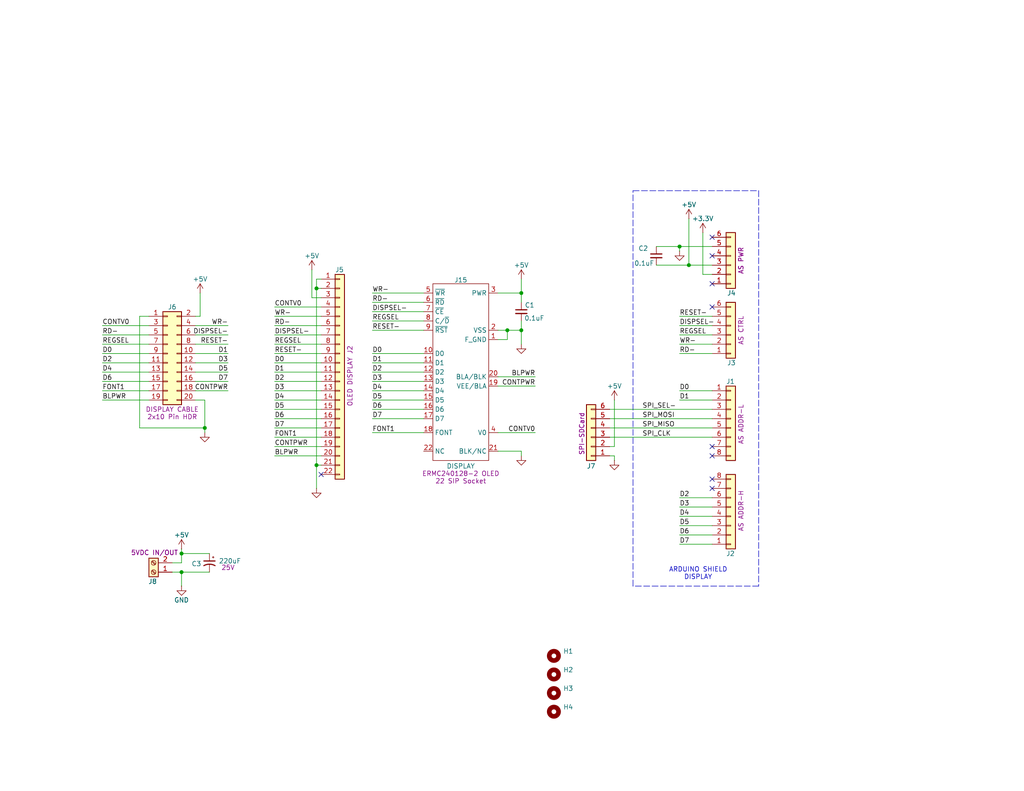
<source format=kicad_sch>
(kicad_sch
	(version 20250114)
	(generator "eeschema")
	(generator_version "9.0")
	(uuid "b3eb4206-407e-4e20-a3fd-b9d21e5581bd")
	(paper "A")
	(title_block
		(title "Display Adapter & Cable Extender")
		(date "2025-11-02")
		(rev "PR-1.0")
		(company "SilkyDESIGN")
		(comment 1 "Copyright 2025 AESilky")
	)
	(lib_symbols
		(symbol "AES_Library:Display_ERMC240128-2_OLED-AES"
			(exclude_from_sim no)
			(in_bom yes)
			(on_board yes)
			(property "Reference" "M"
				(at 0 27.686 0)
				(effects
					(font
						(size 1.27 1.27)
					)
				)
			)
			(property "Value" "DISPLAY"
				(at 0.254 -23.114 0)
				(effects
					(font
						(size 1.27 1.27)
					)
				)
			)
			(property "Footprint" ""
				(at 0 0 0)
				(effects
					(font
						(size 1.27 1.27)
					)
					(hide yes)
				)
			)
			(property "Datasheet" ""
				(at 0 0 0)
				(effects
					(font
						(size 1.27 1.27)
					)
					(hide yes)
				)
			)
			(property "Description" "OLED Display Panel, 240x128, Graphics & Character, 8-bit parallel, EastRising"
				(at 0.254 -25.4 0)
				(effects
					(font
						(size 1.27 1.27)
					)
					(hide yes)
				)
			)
			(property "Function" ""
				(at 0 0 0)
				(effects
					(font
						(size 1.27 1.27)
					)
					(hide yes)
				)
			)
			(property "Note1" "J2 pinout (J1 is different)"
				(at 0 -27.94 0)
				(effects
					(font
						(size 1.27 1.27)
					)
					(hide yes)
				)
			)
			(property "ki_keywords" "OLED 240x128 DISPLAY PARALLEL 8BIT 8-BIT"
				(at 0 0 0)
				(effects
					(font
						(size 1.27 1.27)
					)
					(hide yes)
				)
			)
			(symbol "Display_ERMC240128-2_OLED-AES_0_1"
				(rectangle
					(start -7.62 26.67)
					(end 7.62 -21.59)
					(stroke
						(width 0)
						(type default)
					)
					(fill
						(type none)
					)
				)
			)
			(symbol "Display_ERMC240128-2_OLED-AES_1_1"
				(pin input line
					(at -10.16 24.13 0)
					(length 2.54)
					(name "~{WR}"
						(effects
							(font
								(size 1.27 1.27)
							)
						)
					)
					(number "5"
						(effects
							(font
								(size 1.27 1.27)
							)
						)
					)
				)
				(pin input line
					(at -10.16 21.59 0)
					(length 2.54)
					(name "~{RD}"
						(effects
							(font
								(size 1.27 1.27)
							)
						)
					)
					(number "6"
						(effects
							(font
								(size 1.27 1.27)
							)
						)
					)
				)
				(pin input line
					(at -10.16 19.05 0)
					(length 2.54)
					(name "~{CE}"
						(effects
							(font
								(size 1.27 1.27)
							)
						)
					)
					(number "7"
						(effects
							(font
								(size 1.27 1.27)
							)
						)
					)
				)
				(pin input line
					(at -10.16 16.51 0)
					(length 2.54)
					(name "C/~{D}"
						(effects
							(font
								(size 1.27 1.27)
							)
						)
					)
					(number "8"
						(effects
							(font
								(size 1.27 1.27)
							)
						)
					)
				)
				(pin input line
					(at -10.16 13.97 0)
					(length 2.54)
					(name "~{RST}"
						(effects
							(font
								(size 1.27 1.27)
							)
						)
					)
					(number "9"
						(effects
							(font
								(size 1.27 1.27)
							)
						)
					)
				)
				(pin input line
					(at -10.16 7.62 0)
					(length 2.54)
					(name "D0"
						(effects
							(font
								(size 1.27 1.27)
							)
						)
					)
					(number "10"
						(effects
							(font
								(size 1.27 1.27)
							)
						)
					)
				)
				(pin input line
					(at -10.16 5.08 0)
					(length 2.54)
					(name "D1"
						(effects
							(font
								(size 1.27 1.27)
							)
						)
					)
					(number "11"
						(effects
							(font
								(size 1.27 1.27)
							)
						)
					)
				)
				(pin input line
					(at -10.16 2.54 0)
					(length 2.54)
					(name "D2"
						(effects
							(font
								(size 1.27 1.27)
							)
						)
					)
					(number "12"
						(effects
							(font
								(size 1.27 1.27)
							)
						)
					)
				)
				(pin input line
					(at -10.16 0 0)
					(length 2.54)
					(name "D3"
						(effects
							(font
								(size 1.27 1.27)
							)
						)
					)
					(number "13"
						(effects
							(font
								(size 1.27 1.27)
							)
						)
					)
				)
				(pin input line
					(at -10.16 -2.54 0)
					(length 2.54)
					(name "D4"
						(effects
							(font
								(size 1.27 1.27)
							)
						)
					)
					(number "14"
						(effects
							(font
								(size 1.27 1.27)
							)
						)
					)
				)
				(pin input line
					(at -10.16 -5.08 0)
					(length 2.54)
					(name "D5"
						(effects
							(font
								(size 1.27 1.27)
							)
						)
					)
					(number "15"
						(effects
							(font
								(size 1.27 1.27)
							)
						)
					)
				)
				(pin input line
					(at -10.16 -7.62 0)
					(length 2.54)
					(name "D6"
						(effects
							(font
								(size 1.27 1.27)
							)
						)
					)
					(number "16"
						(effects
							(font
								(size 1.27 1.27)
							)
						)
					)
				)
				(pin input line
					(at -10.16 -10.16 0)
					(length 2.54)
					(name "D7"
						(effects
							(font
								(size 1.27 1.27)
							)
						)
					)
					(number "17"
						(effects
							(font
								(size 1.27 1.27)
							)
						)
					)
				)
				(pin input line
					(at -10.16 -13.97 0)
					(length 2.54)
					(name "FONT"
						(effects
							(font
								(size 1.27 1.27)
							)
						)
					)
					(number "18"
						(effects
							(font
								(size 1.27 1.27)
							)
						)
					)
				)
				(pin free line
					(at -10.16 -19.05 0)
					(length 2.54)
					(name "NC"
						(effects
							(font
								(size 1.27 1.27)
							)
						)
					)
					(number "22"
						(effects
							(font
								(size 1.27 1.27)
							)
						)
					)
				)
				(pin power_in line
					(at 10.16 24.13 180)
					(length 2.54)
					(name "PWR"
						(effects
							(font
								(size 1.27 1.27)
							)
						)
					)
					(number "3"
						(effects
							(font
								(size 1.27 1.27)
							)
						)
					)
				)
				(pin power_in line
					(at 10.16 13.97 180)
					(length 2.54)
					(name "VSS"
						(effects
							(font
								(size 1.27 1.27)
							)
						)
					)
					(number "2"
						(effects
							(font
								(size 1.27 1.27)
							)
						)
					)
				)
				(pin power_in line
					(at 10.16 11.43 180)
					(length 2.54)
					(name "F_GND"
						(effects
							(font
								(size 1.27 1.27)
							)
						)
					)
					(number "1"
						(effects
							(font
								(size 1.27 1.27)
							)
						)
					)
				)
				(pin power_in line
					(at 10.16 1.27 180)
					(length 2.54)
					(name "BLA/BLK"
						(effects
							(font
								(size 1.27 1.27)
							)
						)
					)
					(number "20"
						(effects
							(font
								(size 1.27 1.27)
							)
						)
					)
				)
				(pin power_out line
					(at 10.16 -1.27 180)
					(length 2.54)
					(name "VEE/BLA"
						(effects
							(font
								(size 1.27 1.27)
							)
						)
					)
					(number "19"
						(effects
							(font
								(size 1.27 1.27)
							)
						)
					)
				)
				(pin power_in line
					(at 10.16 -13.97 180)
					(length 2.54)
					(name "V0"
						(effects
							(font
								(size 1.27 1.27)
							)
						)
					)
					(number "4"
						(effects
							(font
								(size 1.27 1.27)
							)
						)
					)
				)
				(pin power_in line
					(at 10.16 -19.05 180)
					(length 2.54)
					(name "BLK/NC"
						(effects
							(font
								(size 1.27 1.27)
							)
						)
					)
					(number "21"
						(effects
							(font
								(size 1.27 1.27)
							)
						)
					)
				)
			)
			(embedded_fonts no)
		)
		(symbol "Connector:Screw_Terminal_01x02"
			(pin_names
				(offset 1.016)
				(hide yes)
			)
			(exclude_from_sim no)
			(in_bom yes)
			(on_board yes)
			(property "Reference" "J"
				(at 0 2.54 0)
				(effects
					(font
						(size 1.27 1.27)
					)
				)
			)
			(property "Value" "Screw_Terminal_01x02"
				(at 0 -5.08 0)
				(effects
					(font
						(size 1.27 1.27)
					)
				)
			)
			(property "Footprint" ""
				(at 0 0 0)
				(effects
					(font
						(size 1.27 1.27)
					)
					(hide yes)
				)
			)
			(property "Datasheet" "~"
				(at 0 0 0)
				(effects
					(font
						(size 1.27 1.27)
					)
					(hide yes)
				)
			)
			(property "Description" "Generic screw terminal, single row, 01x02, script generated (kicad-library-utils/schlib/autogen/connector/)"
				(at 0 0 0)
				(effects
					(font
						(size 1.27 1.27)
					)
					(hide yes)
				)
			)
			(property "ki_keywords" "screw terminal"
				(at 0 0 0)
				(effects
					(font
						(size 1.27 1.27)
					)
					(hide yes)
				)
			)
			(property "ki_fp_filters" "TerminalBlock*:*"
				(at 0 0 0)
				(effects
					(font
						(size 1.27 1.27)
					)
					(hide yes)
				)
			)
			(symbol "Screw_Terminal_01x02_1_1"
				(rectangle
					(start -1.27 1.27)
					(end 1.27 -3.81)
					(stroke
						(width 0.254)
						(type default)
					)
					(fill
						(type background)
					)
				)
				(polyline
					(pts
						(xy -0.5334 0.3302) (xy 0.3302 -0.508)
					)
					(stroke
						(width 0.1524)
						(type default)
					)
					(fill
						(type none)
					)
				)
				(polyline
					(pts
						(xy -0.5334 -2.2098) (xy 0.3302 -3.048)
					)
					(stroke
						(width 0.1524)
						(type default)
					)
					(fill
						(type none)
					)
				)
				(polyline
					(pts
						(xy -0.3556 0.508) (xy 0.508 -0.3302)
					)
					(stroke
						(width 0.1524)
						(type default)
					)
					(fill
						(type none)
					)
				)
				(polyline
					(pts
						(xy -0.3556 -2.032) (xy 0.508 -2.8702)
					)
					(stroke
						(width 0.1524)
						(type default)
					)
					(fill
						(type none)
					)
				)
				(circle
					(center 0 0)
					(radius 0.635)
					(stroke
						(width 0.1524)
						(type default)
					)
					(fill
						(type none)
					)
				)
				(circle
					(center 0 -2.54)
					(radius 0.635)
					(stroke
						(width 0.1524)
						(type default)
					)
					(fill
						(type none)
					)
				)
				(pin passive line
					(at -5.08 0 0)
					(length 3.81)
					(name "Pin_1"
						(effects
							(font
								(size 1.27 1.27)
							)
						)
					)
					(number "1"
						(effects
							(font
								(size 1.27 1.27)
							)
						)
					)
				)
				(pin passive line
					(at -5.08 -2.54 0)
					(length 3.81)
					(name "Pin_2"
						(effects
							(font
								(size 1.27 1.27)
							)
						)
					)
					(number "2"
						(effects
							(font
								(size 1.27 1.27)
							)
						)
					)
				)
			)
			(embedded_fonts no)
		)
		(symbol "Connector_Generic:Conn_01x06"
			(pin_names
				(offset 1.016)
				(hide yes)
			)
			(exclude_from_sim no)
			(in_bom yes)
			(on_board yes)
			(property "Reference" "J"
				(at 0 7.62 0)
				(effects
					(font
						(size 1.27 1.27)
					)
				)
			)
			(property "Value" "Conn_01x06"
				(at 0 -10.16 0)
				(effects
					(font
						(size 1.27 1.27)
					)
				)
			)
			(property "Footprint" ""
				(at 0 0 0)
				(effects
					(font
						(size 1.27 1.27)
					)
					(hide yes)
				)
			)
			(property "Datasheet" "~"
				(at 0 0 0)
				(effects
					(font
						(size 1.27 1.27)
					)
					(hide yes)
				)
			)
			(property "Description" "Generic connector, single row, 01x06, script generated (kicad-library-utils/schlib/autogen/connector/)"
				(at 0 0 0)
				(effects
					(font
						(size 1.27 1.27)
					)
					(hide yes)
				)
			)
			(property "ki_keywords" "connector"
				(at 0 0 0)
				(effects
					(font
						(size 1.27 1.27)
					)
					(hide yes)
				)
			)
			(property "ki_fp_filters" "Connector*:*_1x??_*"
				(at 0 0 0)
				(effects
					(font
						(size 1.27 1.27)
					)
					(hide yes)
				)
			)
			(symbol "Conn_01x06_1_1"
				(rectangle
					(start -1.27 6.35)
					(end 1.27 -8.89)
					(stroke
						(width 0.254)
						(type default)
					)
					(fill
						(type background)
					)
				)
				(rectangle
					(start -1.27 5.207)
					(end 0 4.953)
					(stroke
						(width 0.1524)
						(type default)
					)
					(fill
						(type none)
					)
				)
				(rectangle
					(start -1.27 2.667)
					(end 0 2.413)
					(stroke
						(width 0.1524)
						(type default)
					)
					(fill
						(type none)
					)
				)
				(rectangle
					(start -1.27 0.127)
					(end 0 -0.127)
					(stroke
						(width 0.1524)
						(type default)
					)
					(fill
						(type none)
					)
				)
				(rectangle
					(start -1.27 -2.413)
					(end 0 -2.667)
					(stroke
						(width 0.1524)
						(type default)
					)
					(fill
						(type none)
					)
				)
				(rectangle
					(start -1.27 -4.953)
					(end 0 -5.207)
					(stroke
						(width 0.1524)
						(type default)
					)
					(fill
						(type none)
					)
				)
				(rectangle
					(start -1.27 -7.493)
					(end 0 -7.747)
					(stroke
						(width 0.1524)
						(type default)
					)
					(fill
						(type none)
					)
				)
				(pin passive line
					(at -5.08 5.08 0)
					(length 3.81)
					(name "Pin_1"
						(effects
							(font
								(size 1.27 1.27)
							)
						)
					)
					(number "1"
						(effects
							(font
								(size 1.27 1.27)
							)
						)
					)
				)
				(pin passive line
					(at -5.08 2.54 0)
					(length 3.81)
					(name "Pin_2"
						(effects
							(font
								(size 1.27 1.27)
							)
						)
					)
					(number "2"
						(effects
							(font
								(size 1.27 1.27)
							)
						)
					)
				)
				(pin passive line
					(at -5.08 0 0)
					(length 3.81)
					(name "Pin_3"
						(effects
							(font
								(size 1.27 1.27)
							)
						)
					)
					(number "3"
						(effects
							(font
								(size 1.27 1.27)
							)
						)
					)
				)
				(pin passive line
					(at -5.08 -2.54 0)
					(length 3.81)
					(name "Pin_4"
						(effects
							(font
								(size 1.27 1.27)
							)
						)
					)
					(number "4"
						(effects
							(font
								(size 1.27 1.27)
							)
						)
					)
				)
				(pin passive line
					(at -5.08 -5.08 0)
					(length 3.81)
					(name "Pin_5"
						(effects
							(font
								(size 1.27 1.27)
							)
						)
					)
					(number "5"
						(effects
							(font
								(size 1.27 1.27)
							)
						)
					)
				)
				(pin passive line
					(at -5.08 -7.62 0)
					(length 3.81)
					(name "Pin_6"
						(effects
							(font
								(size 1.27 1.27)
							)
						)
					)
					(number "6"
						(effects
							(font
								(size 1.27 1.27)
							)
						)
					)
				)
			)
			(embedded_fonts no)
		)
		(symbol "Connector_Generic:Conn_01x08"
			(pin_names
				(offset 1.016)
				(hide yes)
			)
			(exclude_from_sim no)
			(in_bom yes)
			(on_board yes)
			(property "Reference" "J"
				(at 0 10.16 0)
				(effects
					(font
						(size 1.27 1.27)
					)
				)
			)
			(property "Value" "Conn_01x08"
				(at 0 -12.7 0)
				(effects
					(font
						(size 1.27 1.27)
					)
				)
			)
			(property "Footprint" ""
				(at 0 0 0)
				(effects
					(font
						(size 1.27 1.27)
					)
					(hide yes)
				)
			)
			(property "Datasheet" "~"
				(at 0 0 0)
				(effects
					(font
						(size 1.27 1.27)
					)
					(hide yes)
				)
			)
			(property "Description" "Generic connector, single row, 01x08, script generated (kicad-library-utils/schlib/autogen/connector/)"
				(at 0 0 0)
				(effects
					(font
						(size 1.27 1.27)
					)
					(hide yes)
				)
			)
			(property "ki_keywords" "connector"
				(at 0 0 0)
				(effects
					(font
						(size 1.27 1.27)
					)
					(hide yes)
				)
			)
			(property "ki_fp_filters" "Connector*:*_1x??_*"
				(at 0 0 0)
				(effects
					(font
						(size 1.27 1.27)
					)
					(hide yes)
				)
			)
			(symbol "Conn_01x08_1_1"
				(rectangle
					(start -1.27 8.89)
					(end 1.27 -11.43)
					(stroke
						(width 0.254)
						(type default)
					)
					(fill
						(type background)
					)
				)
				(rectangle
					(start -1.27 7.747)
					(end 0 7.493)
					(stroke
						(width 0.1524)
						(type default)
					)
					(fill
						(type none)
					)
				)
				(rectangle
					(start -1.27 5.207)
					(end 0 4.953)
					(stroke
						(width 0.1524)
						(type default)
					)
					(fill
						(type none)
					)
				)
				(rectangle
					(start -1.27 2.667)
					(end 0 2.413)
					(stroke
						(width 0.1524)
						(type default)
					)
					(fill
						(type none)
					)
				)
				(rectangle
					(start -1.27 0.127)
					(end 0 -0.127)
					(stroke
						(width 0.1524)
						(type default)
					)
					(fill
						(type none)
					)
				)
				(rectangle
					(start -1.27 -2.413)
					(end 0 -2.667)
					(stroke
						(width 0.1524)
						(type default)
					)
					(fill
						(type none)
					)
				)
				(rectangle
					(start -1.27 -4.953)
					(end 0 -5.207)
					(stroke
						(width 0.1524)
						(type default)
					)
					(fill
						(type none)
					)
				)
				(rectangle
					(start -1.27 -7.493)
					(end 0 -7.747)
					(stroke
						(width 0.1524)
						(type default)
					)
					(fill
						(type none)
					)
				)
				(rectangle
					(start -1.27 -10.033)
					(end 0 -10.287)
					(stroke
						(width 0.1524)
						(type default)
					)
					(fill
						(type none)
					)
				)
				(pin passive line
					(at -5.08 7.62 0)
					(length 3.81)
					(name "Pin_1"
						(effects
							(font
								(size 1.27 1.27)
							)
						)
					)
					(number "1"
						(effects
							(font
								(size 1.27 1.27)
							)
						)
					)
				)
				(pin passive line
					(at -5.08 5.08 0)
					(length 3.81)
					(name "Pin_2"
						(effects
							(font
								(size 1.27 1.27)
							)
						)
					)
					(number "2"
						(effects
							(font
								(size 1.27 1.27)
							)
						)
					)
				)
				(pin passive line
					(at -5.08 2.54 0)
					(length 3.81)
					(name "Pin_3"
						(effects
							(font
								(size 1.27 1.27)
							)
						)
					)
					(number "3"
						(effects
							(font
								(size 1.27 1.27)
							)
						)
					)
				)
				(pin passive line
					(at -5.08 0 0)
					(length 3.81)
					(name "Pin_4"
						(effects
							(font
								(size 1.27 1.27)
							)
						)
					)
					(number "4"
						(effects
							(font
								(size 1.27 1.27)
							)
						)
					)
				)
				(pin passive line
					(at -5.08 -2.54 0)
					(length 3.81)
					(name "Pin_5"
						(effects
							(font
								(size 1.27 1.27)
							)
						)
					)
					(number "5"
						(effects
							(font
								(size 1.27 1.27)
							)
						)
					)
				)
				(pin passive line
					(at -5.08 -5.08 0)
					(length 3.81)
					(name "Pin_6"
						(effects
							(font
								(size 1.27 1.27)
							)
						)
					)
					(number "6"
						(effects
							(font
								(size 1.27 1.27)
							)
						)
					)
				)
				(pin passive line
					(at -5.08 -7.62 0)
					(length 3.81)
					(name "Pin_7"
						(effects
							(font
								(size 1.27 1.27)
							)
						)
					)
					(number "7"
						(effects
							(font
								(size 1.27 1.27)
							)
						)
					)
				)
				(pin passive line
					(at -5.08 -10.16 0)
					(length 3.81)
					(name "Pin_8"
						(effects
							(font
								(size 1.27 1.27)
							)
						)
					)
					(number "8"
						(effects
							(font
								(size 1.27 1.27)
							)
						)
					)
				)
			)
			(embedded_fonts no)
		)
		(symbol "Connector_Generic:Conn_01x22"
			(pin_names
				(offset 1.016)
				(hide yes)
			)
			(exclude_from_sim no)
			(in_bom yes)
			(on_board yes)
			(property "Reference" "J"
				(at 0 27.94 0)
				(effects
					(font
						(size 1.27 1.27)
					)
				)
			)
			(property "Value" "Conn_01x22"
				(at 0 -30.48 0)
				(effects
					(font
						(size 1.27 1.27)
					)
				)
			)
			(property "Footprint" ""
				(at 0 0 0)
				(effects
					(font
						(size 1.27 1.27)
					)
					(hide yes)
				)
			)
			(property "Datasheet" "~"
				(at 0 0 0)
				(effects
					(font
						(size 1.27 1.27)
					)
					(hide yes)
				)
			)
			(property "Description" "Generic connector, single row, 01x22, script generated (kicad-library-utils/schlib/autogen/connector/)"
				(at 0 0 0)
				(effects
					(font
						(size 1.27 1.27)
					)
					(hide yes)
				)
			)
			(property "ki_keywords" "connector"
				(at 0 0 0)
				(effects
					(font
						(size 1.27 1.27)
					)
					(hide yes)
				)
			)
			(property "ki_fp_filters" "Connector*:*_1x??_*"
				(at 0 0 0)
				(effects
					(font
						(size 1.27 1.27)
					)
					(hide yes)
				)
			)
			(symbol "Conn_01x22_1_1"
				(rectangle
					(start -1.27 26.67)
					(end 1.27 -29.21)
					(stroke
						(width 0.254)
						(type default)
					)
					(fill
						(type background)
					)
				)
				(rectangle
					(start -1.27 25.527)
					(end 0 25.273)
					(stroke
						(width 0.1524)
						(type default)
					)
					(fill
						(type none)
					)
				)
				(rectangle
					(start -1.27 22.987)
					(end 0 22.733)
					(stroke
						(width 0.1524)
						(type default)
					)
					(fill
						(type none)
					)
				)
				(rectangle
					(start -1.27 20.447)
					(end 0 20.193)
					(stroke
						(width 0.1524)
						(type default)
					)
					(fill
						(type none)
					)
				)
				(rectangle
					(start -1.27 17.907)
					(end 0 17.653)
					(stroke
						(width 0.1524)
						(type default)
					)
					(fill
						(type none)
					)
				)
				(rectangle
					(start -1.27 15.367)
					(end 0 15.113)
					(stroke
						(width 0.1524)
						(type default)
					)
					(fill
						(type none)
					)
				)
				(rectangle
					(start -1.27 12.827)
					(end 0 12.573)
					(stroke
						(width 0.1524)
						(type default)
					)
					(fill
						(type none)
					)
				)
				(rectangle
					(start -1.27 10.287)
					(end 0 10.033)
					(stroke
						(width 0.1524)
						(type default)
					)
					(fill
						(type none)
					)
				)
				(rectangle
					(start -1.27 7.747)
					(end 0 7.493)
					(stroke
						(width 0.1524)
						(type default)
					)
					(fill
						(type none)
					)
				)
				(rectangle
					(start -1.27 5.207)
					(end 0 4.953)
					(stroke
						(width 0.1524)
						(type default)
					)
					(fill
						(type none)
					)
				)
				(rectangle
					(start -1.27 2.667)
					(end 0 2.413)
					(stroke
						(width 0.1524)
						(type default)
					)
					(fill
						(type none)
					)
				)
				(rectangle
					(start -1.27 0.127)
					(end 0 -0.127)
					(stroke
						(width 0.1524)
						(type default)
					)
					(fill
						(type none)
					)
				)
				(rectangle
					(start -1.27 -2.413)
					(end 0 -2.667)
					(stroke
						(width 0.1524)
						(type default)
					)
					(fill
						(type none)
					)
				)
				(rectangle
					(start -1.27 -4.953)
					(end 0 -5.207)
					(stroke
						(width 0.1524)
						(type default)
					)
					(fill
						(type none)
					)
				)
				(rectangle
					(start -1.27 -7.493)
					(end 0 -7.747)
					(stroke
						(width 0.1524)
						(type default)
					)
					(fill
						(type none)
					)
				)
				(rectangle
					(start -1.27 -10.033)
					(end 0 -10.287)
					(stroke
						(width 0.1524)
						(type default)
					)
					(fill
						(type none)
					)
				)
				(rectangle
					(start -1.27 -12.573)
					(end 0 -12.827)
					(stroke
						(width 0.1524)
						(type default)
					)
					(fill
						(type none)
					)
				)
				(rectangle
					(start -1.27 -15.113)
					(end 0 -15.367)
					(stroke
						(width 0.1524)
						(type default)
					)
					(fill
						(type none)
					)
				)
				(rectangle
					(start -1.27 -17.653)
					(end 0 -17.907)
					(stroke
						(width 0.1524)
						(type default)
					)
					(fill
						(type none)
					)
				)
				(rectangle
					(start -1.27 -20.193)
					(end 0 -20.447)
					(stroke
						(width 0.1524)
						(type default)
					)
					(fill
						(type none)
					)
				)
				(rectangle
					(start -1.27 -22.733)
					(end 0 -22.987)
					(stroke
						(width 0.1524)
						(type default)
					)
					(fill
						(type none)
					)
				)
				(rectangle
					(start -1.27 -25.273)
					(end 0 -25.527)
					(stroke
						(width 0.1524)
						(type default)
					)
					(fill
						(type none)
					)
				)
				(rectangle
					(start -1.27 -27.813)
					(end 0 -28.067)
					(stroke
						(width 0.1524)
						(type default)
					)
					(fill
						(type none)
					)
				)
				(pin passive line
					(at -5.08 25.4 0)
					(length 3.81)
					(name "Pin_1"
						(effects
							(font
								(size 1.27 1.27)
							)
						)
					)
					(number "1"
						(effects
							(font
								(size 1.27 1.27)
							)
						)
					)
				)
				(pin passive line
					(at -5.08 22.86 0)
					(length 3.81)
					(name "Pin_2"
						(effects
							(font
								(size 1.27 1.27)
							)
						)
					)
					(number "2"
						(effects
							(font
								(size 1.27 1.27)
							)
						)
					)
				)
				(pin passive line
					(at -5.08 20.32 0)
					(length 3.81)
					(name "Pin_3"
						(effects
							(font
								(size 1.27 1.27)
							)
						)
					)
					(number "3"
						(effects
							(font
								(size 1.27 1.27)
							)
						)
					)
				)
				(pin passive line
					(at -5.08 17.78 0)
					(length 3.81)
					(name "Pin_4"
						(effects
							(font
								(size 1.27 1.27)
							)
						)
					)
					(number "4"
						(effects
							(font
								(size 1.27 1.27)
							)
						)
					)
				)
				(pin passive line
					(at -5.08 15.24 0)
					(length 3.81)
					(name "Pin_5"
						(effects
							(font
								(size 1.27 1.27)
							)
						)
					)
					(number "5"
						(effects
							(font
								(size 1.27 1.27)
							)
						)
					)
				)
				(pin passive line
					(at -5.08 12.7 0)
					(length 3.81)
					(name "Pin_6"
						(effects
							(font
								(size 1.27 1.27)
							)
						)
					)
					(number "6"
						(effects
							(font
								(size 1.27 1.27)
							)
						)
					)
				)
				(pin passive line
					(at -5.08 10.16 0)
					(length 3.81)
					(name "Pin_7"
						(effects
							(font
								(size 1.27 1.27)
							)
						)
					)
					(number "7"
						(effects
							(font
								(size 1.27 1.27)
							)
						)
					)
				)
				(pin passive line
					(at -5.08 7.62 0)
					(length 3.81)
					(name "Pin_8"
						(effects
							(font
								(size 1.27 1.27)
							)
						)
					)
					(number "8"
						(effects
							(font
								(size 1.27 1.27)
							)
						)
					)
				)
				(pin passive line
					(at -5.08 5.08 0)
					(length 3.81)
					(name "Pin_9"
						(effects
							(font
								(size 1.27 1.27)
							)
						)
					)
					(number "9"
						(effects
							(font
								(size 1.27 1.27)
							)
						)
					)
				)
				(pin passive line
					(at -5.08 2.54 0)
					(length 3.81)
					(name "Pin_10"
						(effects
							(font
								(size 1.27 1.27)
							)
						)
					)
					(number "10"
						(effects
							(font
								(size 1.27 1.27)
							)
						)
					)
				)
				(pin passive line
					(at -5.08 0 0)
					(length 3.81)
					(name "Pin_11"
						(effects
							(font
								(size 1.27 1.27)
							)
						)
					)
					(number "11"
						(effects
							(font
								(size 1.27 1.27)
							)
						)
					)
				)
				(pin passive line
					(at -5.08 -2.54 0)
					(length 3.81)
					(name "Pin_12"
						(effects
							(font
								(size 1.27 1.27)
							)
						)
					)
					(number "12"
						(effects
							(font
								(size 1.27 1.27)
							)
						)
					)
				)
				(pin passive line
					(at -5.08 -5.08 0)
					(length 3.81)
					(name "Pin_13"
						(effects
							(font
								(size 1.27 1.27)
							)
						)
					)
					(number "13"
						(effects
							(font
								(size 1.27 1.27)
							)
						)
					)
				)
				(pin passive line
					(at -5.08 -7.62 0)
					(length 3.81)
					(name "Pin_14"
						(effects
							(font
								(size 1.27 1.27)
							)
						)
					)
					(number "14"
						(effects
							(font
								(size 1.27 1.27)
							)
						)
					)
				)
				(pin passive line
					(at -5.08 -10.16 0)
					(length 3.81)
					(name "Pin_15"
						(effects
							(font
								(size 1.27 1.27)
							)
						)
					)
					(number "15"
						(effects
							(font
								(size 1.27 1.27)
							)
						)
					)
				)
				(pin passive line
					(at -5.08 -12.7 0)
					(length 3.81)
					(name "Pin_16"
						(effects
							(font
								(size 1.27 1.27)
							)
						)
					)
					(number "16"
						(effects
							(font
								(size 1.27 1.27)
							)
						)
					)
				)
				(pin passive line
					(at -5.08 -15.24 0)
					(length 3.81)
					(name "Pin_17"
						(effects
							(font
								(size 1.27 1.27)
							)
						)
					)
					(number "17"
						(effects
							(font
								(size 1.27 1.27)
							)
						)
					)
				)
				(pin passive line
					(at -5.08 -17.78 0)
					(length 3.81)
					(name "Pin_18"
						(effects
							(font
								(size 1.27 1.27)
							)
						)
					)
					(number "18"
						(effects
							(font
								(size 1.27 1.27)
							)
						)
					)
				)
				(pin passive line
					(at -5.08 -20.32 0)
					(length 3.81)
					(name "Pin_19"
						(effects
							(font
								(size 1.27 1.27)
							)
						)
					)
					(number "19"
						(effects
							(font
								(size 1.27 1.27)
							)
						)
					)
				)
				(pin passive line
					(at -5.08 -22.86 0)
					(length 3.81)
					(name "Pin_20"
						(effects
							(font
								(size 1.27 1.27)
							)
						)
					)
					(number "20"
						(effects
							(font
								(size 1.27 1.27)
							)
						)
					)
				)
				(pin passive line
					(at -5.08 -25.4 0)
					(length 3.81)
					(name "Pin_21"
						(effects
							(font
								(size 1.27 1.27)
							)
						)
					)
					(number "21"
						(effects
							(font
								(size 1.27 1.27)
							)
						)
					)
				)
				(pin passive line
					(at -5.08 -27.94 0)
					(length 3.81)
					(name "Pin_22"
						(effects
							(font
								(size 1.27 1.27)
							)
						)
					)
					(number "22"
						(effects
							(font
								(size 1.27 1.27)
							)
						)
					)
				)
			)
			(embedded_fonts no)
		)
		(symbol "Connector_Generic:Conn_02x10_Odd_Even"
			(pin_names
				(offset 1.016)
				(hide yes)
			)
			(exclude_from_sim no)
			(in_bom yes)
			(on_board yes)
			(property "Reference" "J"
				(at 1.27 12.7 0)
				(effects
					(font
						(size 1.27 1.27)
					)
				)
			)
			(property "Value" "Conn_02x10_Odd_Even"
				(at 1.27 -15.24 0)
				(effects
					(font
						(size 1.27 1.27)
					)
				)
			)
			(property "Footprint" ""
				(at 0 0 0)
				(effects
					(font
						(size 1.27 1.27)
					)
					(hide yes)
				)
			)
			(property "Datasheet" "~"
				(at 0 0 0)
				(effects
					(font
						(size 1.27 1.27)
					)
					(hide yes)
				)
			)
			(property "Description" "Generic connector, double row, 02x10, odd/even pin numbering scheme (row 1 odd numbers, row 2 even numbers), script generated (kicad-library-utils/schlib/autogen/connector/)"
				(at 0 0 0)
				(effects
					(font
						(size 1.27 1.27)
					)
					(hide yes)
				)
			)
			(property "ki_keywords" "connector"
				(at 0 0 0)
				(effects
					(font
						(size 1.27 1.27)
					)
					(hide yes)
				)
			)
			(property "ki_fp_filters" "Connector*:*_2x??_*"
				(at 0 0 0)
				(effects
					(font
						(size 1.27 1.27)
					)
					(hide yes)
				)
			)
			(symbol "Conn_02x10_Odd_Even_1_1"
				(rectangle
					(start -1.27 11.43)
					(end 3.81 -13.97)
					(stroke
						(width 0.254)
						(type default)
					)
					(fill
						(type background)
					)
				)
				(rectangle
					(start -1.27 10.287)
					(end 0 10.033)
					(stroke
						(width 0.1524)
						(type default)
					)
					(fill
						(type none)
					)
				)
				(rectangle
					(start -1.27 7.747)
					(end 0 7.493)
					(stroke
						(width 0.1524)
						(type default)
					)
					(fill
						(type none)
					)
				)
				(rectangle
					(start -1.27 5.207)
					(end 0 4.953)
					(stroke
						(width 0.1524)
						(type default)
					)
					(fill
						(type none)
					)
				)
				(rectangle
					(start -1.27 2.667)
					(end 0 2.413)
					(stroke
						(width 0.1524)
						(type default)
					)
					(fill
						(type none)
					)
				)
				(rectangle
					(start -1.27 0.127)
					(end 0 -0.127)
					(stroke
						(width 0.1524)
						(type default)
					)
					(fill
						(type none)
					)
				)
				(rectangle
					(start -1.27 -2.413)
					(end 0 -2.667)
					(stroke
						(width 0.1524)
						(type default)
					)
					(fill
						(type none)
					)
				)
				(rectangle
					(start -1.27 -4.953)
					(end 0 -5.207)
					(stroke
						(width 0.1524)
						(type default)
					)
					(fill
						(type none)
					)
				)
				(rectangle
					(start -1.27 -7.493)
					(end 0 -7.747)
					(stroke
						(width 0.1524)
						(type default)
					)
					(fill
						(type none)
					)
				)
				(rectangle
					(start -1.27 -10.033)
					(end 0 -10.287)
					(stroke
						(width 0.1524)
						(type default)
					)
					(fill
						(type none)
					)
				)
				(rectangle
					(start -1.27 -12.573)
					(end 0 -12.827)
					(stroke
						(width 0.1524)
						(type default)
					)
					(fill
						(type none)
					)
				)
				(rectangle
					(start 3.81 10.287)
					(end 2.54 10.033)
					(stroke
						(width 0.1524)
						(type default)
					)
					(fill
						(type none)
					)
				)
				(rectangle
					(start 3.81 7.747)
					(end 2.54 7.493)
					(stroke
						(width 0.1524)
						(type default)
					)
					(fill
						(type none)
					)
				)
				(rectangle
					(start 3.81 5.207)
					(end 2.54 4.953)
					(stroke
						(width 0.1524)
						(type default)
					)
					(fill
						(type none)
					)
				)
				(rectangle
					(start 3.81 2.667)
					(end 2.54 2.413)
					(stroke
						(width 0.1524)
						(type default)
					)
					(fill
						(type none)
					)
				)
				(rectangle
					(start 3.81 0.127)
					(end 2.54 -0.127)
					(stroke
						(width 0.1524)
						(type default)
					)
					(fill
						(type none)
					)
				)
				(rectangle
					(start 3.81 -2.413)
					(end 2.54 -2.667)
					(stroke
						(width 0.1524)
						(type default)
					)
					(fill
						(type none)
					)
				)
				(rectangle
					(start 3.81 -4.953)
					(end 2.54 -5.207)
					(stroke
						(width 0.1524)
						(type default)
					)
					(fill
						(type none)
					)
				)
				(rectangle
					(start 3.81 -7.493)
					(end 2.54 -7.747)
					(stroke
						(width 0.1524)
						(type default)
					)
					(fill
						(type none)
					)
				)
				(rectangle
					(start 3.81 -10.033)
					(end 2.54 -10.287)
					(stroke
						(width 0.1524)
						(type default)
					)
					(fill
						(type none)
					)
				)
				(rectangle
					(start 3.81 -12.573)
					(end 2.54 -12.827)
					(stroke
						(width 0.1524)
						(type default)
					)
					(fill
						(type none)
					)
				)
				(pin passive line
					(at -5.08 10.16 0)
					(length 3.81)
					(name "Pin_1"
						(effects
							(font
								(size 1.27 1.27)
							)
						)
					)
					(number "1"
						(effects
							(font
								(size 1.27 1.27)
							)
						)
					)
				)
				(pin passive line
					(at -5.08 7.62 0)
					(length 3.81)
					(name "Pin_3"
						(effects
							(font
								(size 1.27 1.27)
							)
						)
					)
					(number "3"
						(effects
							(font
								(size 1.27 1.27)
							)
						)
					)
				)
				(pin passive line
					(at -5.08 5.08 0)
					(length 3.81)
					(name "Pin_5"
						(effects
							(font
								(size 1.27 1.27)
							)
						)
					)
					(number "5"
						(effects
							(font
								(size 1.27 1.27)
							)
						)
					)
				)
				(pin passive line
					(at -5.08 2.54 0)
					(length 3.81)
					(name "Pin_7"
						(effects
							(font
								(size 1.27 1.27)
							)
						)
					)
					(number "7"
						(effects
							(font
								(size 1.27 1.27)
							)
						)
					)
				)
				(pin passive line
					(at -5.08 0 0)
					(length 3.81)
					(name "Pin_9"
						(effects
							(font
								(size 1.27 1.27)
							)
						)
					)
					(number "9"
						(effects
							(font
								(size 1.27 1.27)
							)
						)
					)
				)
				(pin passive line
					(at -5.08 -2.54 0)
					(length 3.81)
					(name "Pin_11"
						(effects
							(font
								(size 1.27 1.27)
							)
						)
					)
					(number "11"
						(effects
							(font
								(size 1.27 1.27)
							)
						)
					)
				)
				(pin passive line
					(at -5.08 -5.08 0)
					(length 3.81)
					(name "Pin_13"
						(effects
							(font
								(size 1.27 1.27)
							)
						)
					)
					(number "13"
						(effects
							(font
								(size 1.27 1.27)
							)
						)
					)
				)
				(pin passive line
					(at -5.08 -7.62 0)
					(length 3.81)
					(name "Pin_15"
						(effects
							(font
								(size 1.27 1.27)
							)
						)
					)
					(number "15"
						(effects
							(font
								(size 1.27 1.27)
							)
						)
					)
				)
				(pin passive line
					(at -5.08 -10.16 0)
					(length 3.81)
					(name "Pin_17"
						(effects
							(font
								(size 1.27 1.27)
							)
						)
					)
					(number "17"
						(effects
							(font
								(size 1.27 1.27)
							)
						)
					)
				)
				(pin passive line
					(at -5.08 -12.7 0)
					(length 3.81)
					(name "Pin_19"
						(effects
							(font
								(size 1.27 1.27)
							)
						)
					)
					(number "19"
						(effects
							(font
								(size 1.27 1.27)
							)
						)
					)
				)
				(pin passive line
					(at 7.62 10.16 180)
					(length 3.81)
					(name "Pin_2"
						(effects
							(font
								(size 1.27 1.27)
							)
						)
					)
					(number "2"
						(effects
							(font
								(size 1.27 1.27)
							)
						)
					)
				)
				(pin passive line
					(at 7.62 7.62 180)
					(length 3.81)
					(name "Pin_4"
						(effects
							(font
								(size 1.27 1.27)
							)
						)
					)
					(number "4"
						(effects
							(font
								(size 1.27 1.27)
							)
						)
					)
				)
				(pin passive line
					(at 7.62 5.08 180)
					(length 3.81)
					(name "Pin_6"
						(effects
							(font
								(size 1.27 1.27)
							)
						)
					)
					(number "6"
						(effects
							(font
								(size 1.27 1.27)
							)
						)
					)
				)
				(pin passive line
					(at 7.62 2.54 180)
					(length 3.81)
					(name "Pin_8"
						(effects
							(font
								(size 1.27 1.27)
							)
						)
					)
					(number "8"
						(effects
							(font
								(size 1.27 1.27)
							)
						)
					)
				)
				(pin passive line
					(at 7.62 0 180)
					(length 3.81)
					(name "Pin_10"
						(effects
							(font
								(size 1.27 1.27)
							)
						)
					)
					(number "10"
						(effects
							(font
								(size 1.27 1.27)
							)
						)
					)
				)
				(pin passive line
					(at 7.62 -2.54 180)
					(length 3.81)
					(name "Pin_12"
						(effects
							(font
								(size 1.27 1.27)
							)
						)
					)
					(number "12"
						(effects
							(font
								(size 1.27 1.27)
							)
						)
					)
				)
				(pin passive line
					(at 7.62 -5.08 180)
					(length 3.81)
					(name "Pin_14"
						(effects
							(font
								(size 1.27 1.27)
							)
						)
					)
					(number "14"
						(effects
							(font
								(size 1.27 1.27)
							)
						)
					)
				)
				(pin passive line
					(at 7.62 -7.62 180)
					(length 3.81)
					(name "Pin_16"
						(effects
							(font
								(size 1.27 1.27)
							)
						)
					)
					(number "16"
						(effects
							(font
								(size 1.27 1.27)
							)
						)
					)
				)
				(pin passive line
					(at 7.62 -10.16 180)
					(length 3.81)
					(name "Pin_18"
						(effects
							(font
								(size 1.27 1.27)
							)
						)
					)
					(number "18"
						(effects
							(font
								(size 1.27 1.27)
							)
						)
					)
				)
				(pin passive line
					(at 7.62 -12.7 180)
					(length 3.81)
					(name "Pin_20"
						(effects
							(font
								(size 1.27 1.27)
							)
						)
					)
					(number "20"
						(effects
							(font
								(size 1.27 1.27)
							)
						)
					)
				)
			)
			(embedded_fonts no)
		)
		(symbol "Device:C_Polarized_Small_US"
			(pin_numbers
				(hide yes)
			)
			(pin_names
				(offset 0.254)
				(hide yes)
			)
			(exclude_from_sim no)
			(in_bom yes)
			(on_board yes)
			(property "Reference" "C"
				(at 0.254 1.778 0)
				(effects
					(font
						(size 1.27 1.27)
					)
					(justify left)
				)
			)
			(property "Value" "C_Polarized_Small_US"
				(at 0.254 -2.032 0)
				(effects
					(font
						(size 1.27 1.27)
					)
					(justify left)
				)
			)
			(property "Footprint" ""
				(at 0 0 0)
				(effects
					(font
						(size 1.27 1.27)
					)
					(hide yes)
				)
			)
			(property "Datasheet" "~"
				(at 0 0 0)
				(effects
					(font
						(size 1.27 1.27)
					)
					(hide yes)
				)
			)
			(property "Description" "Polarized capacitor, small US symbol"
				(at 0 0 0)
				(effects
					(font
						(size 1.27 1.27)
					)
					(hide yes)
				)
			)
			(property "ki_keywords" "cap capacitor"
				(at 0 0 0)
				(effects
					(font
						(size 1.27 1.27)
					)
					(hide yes)
				)
			)
			(property "ki_fp_filters" "CP_*"
				(at 0 0 0)
				(effects
					(font
						(size 1.27 1.27)
					)
					(hide yes)
				)
			)
			(symbol "C_Polarized_Small_US_0_1"
				(polyline
					(pts
						(xy -1.524 0.508) (xy 1.524 0.508)
					)
					(stroke
						(width 0.3048)
						(type default)
					)
					(fill
						(type none)
					)
				)
				(polyline
					(pts
						(xy -1.27 1.524) (xy -0.762 1.524)
					)
					(stroke
						(width 0)
						(type default)
					)
					(fill
						(type none)
					)
				)
				(polyline
					(pts
						(xy -1.016 1.27) (xy -1.016 1.778)
					)
					(stroke
						(width 0)
						(type default)
					)
					(fill
						(type none)
					)
				)
				(arc
					(start -1.524 -0.762)
					(mid 0 -0.3734)
					(end 1.524 -0.762)
					(stroke
						(width 0.3048)
						(type default)
					)
					(fill
						(type none)
					)
				)
			)
			(symbol "C_Polarized_Small_US_1_1"
				(pin passive line
					(at 0 2.54 270)
					(length 2.032)
					(name "~"
						(effects
							(font
								(size 1.27 1.27)
							)
						)
					)
					(number "1"
						(effects
							(font
								(size 1.27 1.27)
							)
						)
					)
				)
				(pin passive line
					(at 0 -2.54 90)
					(length 2.032)
					(name "~"
						(effects
							(font
								(size 1.27 1.27)
							)
						)
					)
					(number "2"
						(effects
							(font
								(size 1.27 1.27)
							)
						)
					)
				)
			)
			(embedded_fonts no)
		)
		(symbol "Device:C_Small"
			(pin_numbers
				(hide yes)
			)
			(pin_names
				(offset 0.254)
				(hide yes)
			)
			(exclude_from_sim no)
			(in_bom yes)
			(on_board yes)
			(property "Reference" "C"
				(at 0.254 1.778 0)
				(effects
					(font
						(size 1.27 1.27)
					)
					(justify left)
				)
			)
			(property "Value" "C_Small"
				(at 0.254 -2.032 0)
				(effects
					(font
						(size 1.27 1.27)
					)
					(justify left)
				)
			)
			(property "Footprint" ""
				(at 0 0 0)
				(effects
					(font
						(size 1.27 1.27)
					)
					(hide yes)
				)
			)
			(property "Datasheet" "~"
				(at 0 0 0)
				(effects
					(font
						(size 1.27 1.27)
					)
					(hide yes)
				)
			)
			(property "Description" "Unpolarized capacitor, small symbol"
				(at 0 0 0)
				(effects
					(font
						(size 1.27 1.27)
					)
					(hide yes)
				)
			)
			(property "ki_keywords" "capacitor cap"
				(at 0 0 0)
				(effects
					(font
						(size 1.27 1.27)
					)
					(hide yes)
				)
			)
			(property "ki_fp_filters" "C_*"
				(at 0 0 0)
				(effects
					(font
						(size 1.27 1.27)
					)
					(hide yes)
				)
			)
			(symbol "C_Small_0_1"
				(polyline
					(pts
						(xy -1.524 0.508) (xy 1.524 0.508)
					)
					(stroke
						(width 0.3048)
						(type default)
					)
					(fill
						(type none)
					)
				)
				(polyline
					(pts
						(xy -1.524 -0.508) (xy 1.524 -0.508)
					)
					(stroke
						(width 0.3302)
						(type default)
					)
					(fill
						(type none)
					)
				)
			)
			(symbol "C_Small_1_1"
				(pin passive line
					(at 0 2.54 270)
					(length 2.032)
					(name "~"
						(effects
							(font
								(size 1.27 1.27)
							)
						)
					)
					(number "1"
						(effects
							(font
								(size 1.27 1.27)
							)
						)
					)
				)
				(pin passive line
					(at 0 -2.54 90)
					(length 2.032)
					(name "~"
						(effects
							(font
								(size 1.27 1.27)
							)
						)
					)
					(number "2"
						(effects
							(font
								(size 1.27 1.27)
							)
						)
					)
				)
			)
			(embedded_fonts no)
		)
		(symbol "Mechanical:MountingHole"
			(pin_names
				(offset 1.016)
			)
			(exclude_from_sim no)
			(in_bom no)
			(on_board yes)
			(property "Reference" "H"
				(at 0 5.08 0)
				(effects
					(font
						(size 1.27 1.27)
					)
				)
			)
			(property "Value" "MountingHole"
				(at 0 3.175 0)
				(effects
					(font
						(size 1.27 1.27)
					)
				)
			)
			(property "Footprint" ""
				(at 0 0 0)
				(effects
					(font
						(size 1.27 1.27)
					)
					(hide yes)
				)
			)
			(property "Datasheet" "~"
				(at 0 0 0)
				(effects
					(font
						(size 1.27 1.27)
					)
					(hide yes)
				)
			)
			(property "Description" "Mounting Hole without connection"
				(at 0 0 0)
				(effects
					(font
						(size 1.27 1.27)
					)
					(hide yes)
				)
			)
			(property "ki_keywords" "mounting hole"
				(at 0 0 0)
				(effects
					(font
						(size 1.27 1.27)
					)
					(hide yes)
				)
			)
			(property "ki_fp_filters" "MountingHole*"
				(at 0 0 0)
				(effects
					(font
						(size 1.27 1.27)
					)
					(hide yes)
				)
			)
			(symbol "MountingHole_0_1"
				(circle
					(center 0 0)
					(radius 1.27)
					(stroke
						(width 1.27)
						(type default)
					)
					(fill
						(type none)
					)
				)
			)
			(embedded_fonts no)
		)
		(symbol "power:+3.3V"
			(power)
			(pin_numbers
				(hide yes)
			)
			(pin_names
				(offset 0)
				(hide yes)
			)
			(exclude_from_sim no)
			(in_bom yes)
			(on_board yes)
			(property "Reference" "#PWR"
				(at 0 -3.81 0)
				(effects
					(font
						(size 1.27 1.27)
					)
					(hide yes)
				)
			)
			(property "Value" "+3.3V"
				(at 0 3.556 0)
				(effects
					(font
						(size 1.27 1.27)
					)
				)
			)
			(property "Footprint" ""
				(at 0 0 0)
				(effects
					(font
						(size 1.27 1.27)
					)
					(hide yes)
				)
			)
			(property "Datasheet" ""
				(at 0 0 0)
				(effects
					(font
						(size 1.27 1.27)
					)
					(hide yes)
				)
			)
			(property "Description" "Power symbol creates a global label with name \"+3.3V\""
				(at 0 0 0)
				(effects
					(font
						(size 1.27 1.27)
					)
					(hide yes)
				)
			)
			(property "ki_keywords" "global power"
				(at 0 0 0)
				(effects
					(font
						(size 1.27 1.27)
					)
					(hide yes)
				)
			)
			(symbol "+3.3V_0_1"
				(polyline
					(pts
						(xy -0.762 1.27) (xy 0 2.54)
					)
					(stroke
						(width 0)
						(type default)
					)
					(fill
						(type none)
					)
				)
				(polyline
					(pts
						(xy 0 2.54) (xy 0.762 1.27)
					)
					(stroke
						(width 0)
						(type default)
					)
					(fill
						(type none)
					)
				)
				(polyline
					(pts
						(xy 0 0) (xy 0 2.54)
					)
					(stroke
						(width 0)
						(type default)
					)
					(fill
						(type none)
					)
				)
			)
			(symbol "+3.3V_1_1"
				(pin power_in line
					(at 0 0 90)
					(length 0)
					(name "~"
						(effects
							(font
								(size 1.27 1.27)
							)
						)
					)
					(number "1"
						(effects
							(font
								(size 1.27 1.27)
							)
						)
					)
				)
			)
			(embedded_fonts no)
		)
		(symbol "power:+5V"
			(power)
			(pin_numbers
				(hide yes)
			)
			(pin_names
				(offset 0)
				(hide yes)
			)
			(exclude_from_sim no)
			(in_bom yes)
			(on_board yes)
			(property "Reference" "#PWR"
				(at 0 -3.81 0)
				(effects
					(font
						(size 1.27 1.27)
					)
					(hide yes)
				)
			)
			(property "Value" "+5V"
				(at 0 3.556 0)
				(effects
					(font
						(size 1.27 1.27)
					)
				)
			)
			(property "Footprint" ""
				(at 0 0 0)
				(effects
					(font
						(size 1.27 1.27)
					)
					(hide yes)
				)
			)
			(property "Datasheet" ""
				(at 0 0 0)
				(effects
					(font
						(size 1.27 1.27)
					)
					(hide yes)
				)
			)
			(property "Description" "Power symbol creates a global label with name \"+5V\""
				(at 0 0 0)
				(effects
					(font
						(size 1.27 1.27)
					)
					(hide yes)
				)
			)
			(property "ki_keywords" "global power"
				(at 0 0 0)
				(effects
					(font
						(size 1.27 1.27)
					)
					(hide yes)
				)
			)
			(symbol "+5V_0_1"
				(polyline
					(pts
						(xy -0.762 1.27) (xy 0 2.54)
					)
					(stroke
						(width 0)
						(type default)
					)
					(fill
						(type none)
					)
				)
				(polyline
					(pts
						(xy 0 2.54) (xy 0.762 1.27)
					)
					(stroke
						(width 0)
						(type default)
					)
					(fill
						(type none)
					)
				)
				(polyline
					(pts
						(xy 0 0) (xy 0 2.54)
					)
					(stroke
						(width 0)
						(type default)
					)
					(fill
						(type none)
					)
				)
			)
			(symbol "+5V_1_1"
				(pin power_in line
					(at 0 0 90)
					(length 0)
					(name "~"
						(effects
							(font
								(size 1.27 1.27)
							)
						)
					)
					(number "1"
						(effects
							(font
								(size 1.27 1.27)
							)
						)
					)
				)
			)
			(embedded_fonts no)
		)
		(symbol "power:GND"
			(power)
			(pin_numbers
				(hide yes)
			)
			(pin_names
				(offset 0)
				(hide yes)
			)
			(exclude_from_sim no)
			(in_bom yes)
			(on_board yes)
			(property "Reference" "#PWR"
				(at 0 -6.35 0)
				(effects
					(font
						(size 1.27 1.27)
					)
					(hide yes)
				)
			)
			(property "Value" "GND"
				(at 0 -3.81 0)
				(effects
					(font
						(size 1.27 1.27)
					)
				)
			)
			(property "Footprint" ""
				(at 0 0 0)
				(effects
					(font
						(size 1.27 1.27)
					)
					(hide yes)
				)
			)
			(property "Datasheet" ""
				(at 0 0 0)
				(effects
					(font
						(size 1.27 1.27)
					)
					(hide yes)
				)
			)
			(property "Description" "Power symbol creates a global label with name \"GND\" , ground"
				(at 0 0 0)
				(effects
					(font
						(size 1.27 1.27)
					)
					(hide yes)
				)
			)
			(property "ki_keywords" "global power"
				(at 0 0 0)
				(effects
					(font
						(size 1.27 1.27)
					)
					(hide yes)
				)
			)
			(symbol "GND_0_1"
				(polyline
					(pts
						(xy 0 0) (xy 0 -1.27) (xy 1.27 -1.27) (xy 0 -2.54) (xy -1.27 -1.27) (xy 0 -1.27)
					)
					(stroke
						(width 0)
						(type default)
					)
					(fill
						(type none)
					)
				)
			)
			(symbol "GND_1_1"
				(pin power_in line
					(at 0 0 270)
					(length 0)
					(name "~"
						(effects
							(font
								(size 1.27 1.27)
							)
						)
					)
					(number "1"
						(effects
							(font
								(size 1.27 1.27)
							)
						)
					)
				)
			)
			(embedded_fonts no)
		)
	)
	(text_box "ARDUINO SHIELD\nDISPLAY"
		(exclude_from_sim no)
		(at 175.26 153.67 0)
		(size 30.48 6.35)
		(margins 0.9525 0.9525 0.9525 0.9525)
		(stroke
			(width -0.0001)
			(type solid)
		)
		(fill
			(type none)
		)
		(effects
			(font
				(size 1.27 1.27)
			)
			(justify top)
		)
		(uuid "7adb8da4-4723-4eee-b160-bdad90fb6e63")
	)
	(junction
		(at 49.53 151.13)
		(diameter 0)
		(color 0 0 0 0)
		(uuid "316ea06c-11ca-4c77-b0be-cd5a5d9e41de")
	)
	(junction
		(at 49.53 156.21)
		(diameter 0)
		(color 0 0 0 0)
		(uuid "41b7864b-71cc-466e-988a-b81fa662cebb")
	)
	(junction
		(at 185.42 67.31)
		(diameter 0)
		(color 0 0 0 0)
		(uuid "4550a92e-d6e4-48f3-95a0-f67a7da10e7e")
	)
	(junction
		(at 86.36 127)
		(diameter 0)
		(color 0 0 0 0)
		(uuid "6c46040e-012e-4093-b23a-932bfb3b68a7")
	)
	(junction
		(at 187.96 72.39)
		(diameter 0)
		(color 0 0 0 0)
		(uuid "6e05e8d2-7a03-408f-8aea-4f5d00b86d3e")
	)
	(junction
		(at 86.36 78.74)
		(diameter 0)
		(color 0 0 0 0)
		(uuid "731b01a3-cd14-4823-84dc-23ebf1b2b5f3")
	)
	(junction
		(at 142.24 80.01)
		(diameter 0)
		(color 0 0 0 0)
		(uuid "80b1f15a-8787-45d8-8b99-e449930b928e")
	)
	(junction
		(at 142.24 90.17)
		(diameter 0)
		(color 0 0 0 0)
		(uuid "927741c0-0589-4d01-bc1d-127f3c122295")
	)
	(junction
		(at 55.88 116.84)
		(diameter 0)
		(color 0 0 0 0)
		(uuid "c0f07271-232e-45c5-9bde-36ee756e3e82")
	)
	(junction
		(at 138.43 90.17)
		(diameter 0)
		(color 0 0 0 0)
		(uuid "ff92c8d2-f6ef-419e-a170-0cb18dad6e73")
	)
	(no_connect
		(at 194.31 124.46)
		(uuid "2ac3a2e8-2ac6-47cf-936c-c8671b35f675")
	)
	(no_connect
		(at 194.31 64.77)
		(uuid "3a4bc85d-ac0d-41c4-af61-54b3c8f38657")
	)
	(no_connect
		(at 194.31 83.82)
		(uuid "64ecce91-3735-43f9-a458-b3db3d808baa")
	)
	(no_connect
		(at 194.31 121.92)
		(uuid "79980274-1ea6-48da-9eb5-64990ff16c28")
	)
	(no_connect
		(at 194.31 77.47)
		(uuid "7c2e0c94-6241-4769-a3aa-63b96e866ae9")
	)
	(no_connect
		(at 194.31 133.35)
		(uuid "874b4820-a4b4-4f0d-96a2-fd753455817f")
	)
	(no_connect
		(at 194.31 130.81)
		(uuid "b76b3e9c-3ae1-41ac-9525-07b33253bc94")
	)
	(no_connect
		(at 87.63 129.54)
		(uuid "be35bd8c-c6e3-4fa2-80ab-f94e374ed1ca")
	)
	(no_connect
		(at 194.31 69.85)
		(uuid "f67ee630-d369-4d60-bc49-bf0896f2b0f5")
	)
	(wire
		(pts
			(xy 27.94 101.6) (xy 40.64 101.6)
		)
		(stroke
			(width 0)
			(type default)
		)
		(uuid "025a97f8-95f4-4d4b-9adf-601310789906")
	)
	(wire
		(pts
			(xy 185.42 88.9) (xy 194.31 88.9)
		)
		(stroke
			(width 0)
			(type default)
		)
		(uuid "02deccfb-ff38-4425-98c2-27e07f6ced6c")
	)
	(wire
		(pts
			(xy 135.89 80.01) (xy 142.24 80.01)
		)
		(stroke
			(width 0)
			(type default)
		)
		(uuid "03c31acf-40f4-4cab-8c94-74f2e5018eb7")
	)
	(wire
		(pts
			(xy 74.93 86.36) (xy 87.63 86.36)
		)
		(stroke
			(width 0)
			(type default)
		)
		(uuid "0b26095a-0351-4bf1-9432-e395ea687b74")
	)
	(wire
		(pts
			(xy 166.37 121.92) (xy 167.64 121.92)
		)
		(stroke
			(width 0)
			(type default)
		)
		(uuid "0d3cae40-4a1e-4f32-a800-ce887710df4c")
	)
	(wire
		(pts
			(xy 135.89 102.87) (xy 146.05 102.87)
		)
		(stroke
			(width 0)
			(type default)
		)
		(uuid "0d5ccd72-3c86-4faa-950b-0902a89dce2f")
	)
	(wire
		(pts
			(xy 101.6 106.68) (xy 115.57 106.68)
		)
		(stroke
			(width 0)
			(type default)
		)
		(uuid "0d6ddda0-64a7-4e0a-9b09-c71e05413db2")
	)
	(wire
		(pts
			(xy 53.34 88.9) (xy 62.23 88.9)
		)
		(stroke
			(width 0)
			(type default)
		)
		(uuid "0f442d40-0228-4956-a8f7-23a87dfd205b")
	)
	(wire
		(pts
			(xy 166.37 114.3) (xy 194.31 114.3)
		)
		(stroke
			(width 0)
			(type default)
		)
		(uuid "10453cea-1bd4-49ff-8b08-1f9ccc9782c7")
	)
	(wire
		(pts
			(xy 86.36 127) (xy 87.63 127)
		)
		(stroke
			(width 0)
			(type default)
		)
		(uuid "15788830-af1d-4332-9632-9df794a3f27f")
	)
	(wire
		(pts
			(xy 179.07 72.39) (xy 187.96 72.39)
		)
		(stroke
			(width 0)
			(type default)
		)
		(uuid "159eb3a4-7ce9-4016-82ee-09ef98582bce")
	)
	(polyline
		(pts
			(xy 207.01 160.02) (xy 172.72 160.02)
		)
		(stroke
			(width 0)
			(type dash)
		)
		(uuid "16c18137-d285-4edc-a245-922488beeb29")
	)
	(wire
		(pts
			(xy 27.94 96.52) (xy 40.64 96.52)
		)
		(stroke
			(width 0)
			(type default)
		)
		(uuid "2256f2d3-c09e-4505-b6eb-8c093c579679")
	)
	(wire
		(pts
			(xy 185.42 146.05) (xy 194.31 146.05)
		)
		(stroke
			(width 0)
			(type default)
		)
		(uuid "26a91fce-3929-4f83-afed-7be1c87821e2")
	)
	(wire
		(pts
			(xy 74.93 93.98) (xy 87.63 93.98)
		)
		(stroke
			(width 0)
			(type default)
		)
		(uuid "28fec2e6-844d-430f-ae3a-d46a068aeb34")
	)
	(wire
		(pts
			(xy 185.42 109.22) (xy 194.31 109.22)
		)
		(stroke
			(width 0)
			(type default)
		)
		(uuid "290bc038-81c5-458a-9f84-1ee8ccbe8c4e")
	)
	(wire
		(pts
			(xy 142.24 80.01) (xy 142.24 82.55)
		)
		(stroke
			(width 0)
			(type default)
		)
		(uuid "291ae80c-3d74-4456-af79-62153ebbceb2")
	)
	(wire
		(pts
			(xy 27.94 99.06) (xy 40.64 99.06)
		)
		(stroke
			(width 0)
			(type default)
		)
		(uuid "2ad2f199-16f1-4807-ba34-9380d4a4face")
	)
	(wire
		(pts
			(xy 53.34 104.14) (xy 62.23 104.14)
		)
		(stroke
			(width 0)
			(type default)
		)
		(uuid "2ec08097-7818-4ef2-88bc-2c686e0e4aff")
	)
	(wire
		(pts
			(xy 135.89 123.19) (xy 142.24 123.19)
		)
		(stroke
			(width 0)
			(type default)
		)
		(uuid "2f0fa629-16c6-43f1-a8a7-b1827e7c3f1f")
	)
	(wire
		(pts
			(xy 53.34 86.36) (xy 54.61 86.36)
		)
		(stroke
			(width 0)
			(type default)
		)
		(uuid "2fc98b14-d351-4cf2-b383-c5040d827d82")
	)
	(wire
		(pts
			(xy 142.24 87.63) (xy 142.24 90.17)
		)
		(stroke
			(width 0)
			(type default)
		)
		(uuid "2fe7bcba-1e26-4352-bfb6-1ba99d15a0c6")
	)
	(wire
		(pts
			(xy 86.36 78.74) (xy 87.63 78.74)
		)
		(stroke
			(width 0)
			(type default)
		)
		(uuid "3175b5dd-a68e-4eb3-b6e6-3513275876bb")
	)
	(wire
		(pts
			(xy 185.42 138.43) (xy 194.31 138.43)
		)
		(stroke
			(width 0)
			(type default)
		)
		(uuid "339c4ec0-7e85-468e-8dd2-a55832729ed2")
	)
	(wire
		(pts
			(xy 74.93 124.46) (xy 87.63 124.46)
		)
		(stroke
			(width 0)
			(type default)
		)
		(uuid "3685ad31-09fa-4c3b-a634-1c87981b8917")
	)
	(wire
		(pts
			(xy 185.42 96.52) (xy 194.31 96.52)
		)
		(stroke
			(width 0)
			(type default)
		)
		(uuid "391cd6e4-f5ef-4dc8-8e96-047bfdd460cc")
	)
	(wire
		(pts
			(xy 138.43 90.17) (xy 142.24 90.17)
		)
		(stroke
			(width 0)
			(type default)
		)
		(uuid "39a9e724-3374-4894-bbb1-814322583bc1")
	)
	(wire
		(pts
			(xy 74.93 91.44) (xy 87.63 91.44)
		)
		(stroke
			(width 0)
			(type default)
		)
		(uuid "3ac2f335-dcb1-4a51-8b27-4a323d2bfc44")
	)
	(wire
		(pts
			(xy 49.53 151.13) (xy 49.53 153.67)
		)
		(stroke
			(width 0)
			(type default)
		)
		(uuid "3ba52f26-6d94-41c8-b0f3-25afad8c8660")
	)
	(wire
		(pts
			(xy 194.31 74.93) (xy 191.77 74.93)
		)
		(stroke
			(width 0)
			(type default)
		)
		(uuid "3f6c0df3-f84c-4136-87e3-a69cd05b69a1")
	)
	(wire
		(pts
			(xy 53.34 96.52) (xy 62.23 96.52)
		)
		(stroke
			(width 0)
			(type default)
		)
		(uuid "42c6c0cf-e7a5-43f8-8ee4-c957eee85d35")
	)
	(wire
		(pts
			(xy 74.93 121.92) (xy 87.63 121.92)
		)
		(stroke
			(width 0)
			(type default)
		)
		(uuid "45045cfd-e64f-42eb-9709-d261cb59f3e6")
	)
	(wire
		(pts
			(xy 49.53 156.21) (xy 57.15 156.21)
		)
		(stroke
			(width 0)
			(type default)
		)
		(uuid "462242e2-74b3-44ac-b299-ea2a6246a74f")
	)
	(wire
		(pts
			(xy 179.07 67.31) (xy 185.42 67.31)
		)
		(stroke
			(width 0)
			(type default)
		)
		(uuid "46e6d115-1212-4987-8088-7e004664112a")
	)
	(wire
		(pts
			(xy 166.37 119.38) (xy 194.31 119.38)
		)
		(stroke
			(width 0)
			(type default)
		)
		(uuid "490d8d1c-81e5-46e3-b709-48240c5ea150")
	)
	(wire
		(pts
			(xy 167.64 109.22) (xy 167.64 121.92)
		)
		(stroke
			(width 0)
			(type default)
		)
		(uuid "4a4017dc-a015-4882-87e5-9489831f2869")
	)
	(wire
		(pts
			(xy 74.93 96.52) (xy 87.63 96.52)
		)
		(stroke
			(width 0)
			(type default)
		)
		(uuid "4af32c3d-4b8c-4a8d-8b1a-a2737f625c93")
	)
	(wire
		(pts
			(xy 46.99 153.67) (xy 49.53 153.67)
		)
		(stroke
			(width 0)
			(type default)
		)
		(uuid "4c706fe9-dff9-4921-b8af-9f241124ec4d")
	)
	(wire
		(pts
			(xy 86.36 78.74) (xy 86.36 127)
		)
		(stroke
			(width 0)
			(type default)
		)
		(uuid "4c8f817f-46e1-4216-959e-c370131442b8")
	)
	(wire
		(pts
			(xy 185.42 143.51) (xy 194.31 143.51)
		)
		(stroke
			(width 0)
			(type default)
		)
		(uuid "4f5d4db2-318b-48cd-ba7d-4b9fb0dc7b68")
	)
	(wire
		(pts
			(xy 142.24 76.2) (xy 142.24 80.01)
		)
		(stroke
			(width 0)
			(type default)
		)
		(uuid "5026dc33-ecb7-44c8-9bb9-064877cfd3c5")
	)
	(wire
		(pts
			(xy 185.42 135.89) (xy 194.31 135.89)
		)
		(stroke
			(width 0)
			(type default)
		)
		(uuid "506d7a28-d3ff-4b00-bf8d-cfcada1106d9")
	)
	(wire
		(pts
			(xy 74.93 104.14) (xy 87.63 104.14)
		)
		(stroke
			(width 0)
			(type default)
		)
		(uuid "50d63d29-6553-41de-8ef9-e17dd50c08bd")
	)
	(wire
		(pts
			(xy 55.88 116.84) (xy 55.88 118.11)
		)
		(stroke
			(width 0)
			(type default)
		)
		(uuid "5139d264-fdc9-45c3-8ab3-76e70fcb7faa")
	)
	(wire
		(pts
			(xy 101.6 99.06) (xy 115.57 99.06)
		)
		(stroke
			(width 0)
			(type default)
		)
		(uuid "5363b11c-75c3-4267-aebb-40f20e006a0d")
	)
	(wire
		(pts
			(xy 86.36 76.2) (xy 86.36 78.74)
		)
		(stroke
			(width 0)
			(type default)
		)
		(uuid "57c70ad1-375d-475f-8176-cd3c5afb33eb")
	)
	(wire
		(pts
			(xy 85.09 73.66) (xy 85.09 81.28)
		)
		(stroke
			(width 0)
			(type default)
		)
		(uuid "58449972-fb74-47e9-88bb-6a18bf943959")
	)
	(wire
		(pts
			(xy 27.94 109.22) (xy 40.64 109.22)
		)
		(stroke
			(width 0)
			(type default)
		)
		(uuid "5c9f07b9-f09e-4de7-a435-8d5a45884ed1")
	)
	(wire
		(pts
			(xy 138.43 90.17) (xy 138.43 92.71)
		)
		(stroke
			(width 0)
			(type default)
		)
		(uuid "5d8aab8f-970d-4ec2-a0bc-1b950ec7c84c")
	)
	(wire
		(pts
			(xy 74.93 119.38) (xy 87.63 119.38)
		)
		(stroke
			(width 0)
			(type default)
		)
		(uuid "62ff02dc-ffd6-46de-b275-682b30103760")
	)
	(wire
		(pts
			(xy 185.42 140.97) (xy 194.31 140.97)
		)
		(stroke
			(width 0)
			(type default)
		)
		(uuid "662b444e-823a-43c1-87e1-3bcdffc01f1f")
	)
	(wire
		(pts
			(xy 135.89 105.41) (xy 146.05 105.41)
		)
		(stroke
			(width 0)
			(type default)
		)
		(uuid "6c0e0d57-3e84-41bc-98a0-8ddda1c172e4")
	)
	(wire
		(pts
			(xy 185.42 91.44) (xy 194.31 91.44)
		)
		(stroke
			(width 0)
			(type default)
		)
		(uuid "70db266e-8eed-4f78-b8d1-4fbef6faa3bc")
	)
	(wire
		(pts
			(xy 101.6 104.14) (xy 115.57 104.14)
		)
		(stroke
			(width 0)
			(type default)
		)
		(uuid "7273eade-5e2d-4d54-b4a7-45f70e9ae66c")
	)
	(wire
		(pts
			(xy 27.94 106.68) (xy 40.64 106.68)
		)
		(stroke
			(width 0)
			(type default)
		)
		(uuid "7595eb2e-82d0-4d27-bb0e-6cc81b38bf45")
	)
	(wire
		(pts
			(xy 101.6 90.17) (xy 115.57 90.17)
		)
		(stroke
			(width 0)
			(type default)
		)
		(uuid "76c68b47-3b95-4ac8-92cf-7d07c5088d92")
	)
	(wire
		(pts
			(xy 74.93 109.22) (xy 87.63 109.22)
		)
		(stroke
			(width 0)
			(type default)
		)
		(uuid "7e20d756-9614-4318-b878-6f6c4ceaf674")
	)
	(wire
		(pts
			(xy 38.1 86.36) (xy 38.1 116.84)
		)
		(stroke
			(width 0)
			(type default)
		)
		(uuid "7fa42435-b29c-4861-b342-ba8a9633fdfd")
	)
	(wire
		(pts
			(xy 74.93 83.82) (xy 87.63 83.82)
		)
		(stroke
			(width 0)
			(type default)
		)
		(uuid "80a1bd82-3507-49e4-b4a3-3bc5b6505a79")
	)
	(wire
		(pts
			(xy 101.6 82.55) (xy 115.57 82.55)
		)
		(stroke
			(width 0)
			(type default)
		)
		(uuid "81cb7bd1-76ef-44d1-ba70-8437bd3ce4bd")
	)
	(wire
		(pts
			(xy 194.31 72.39) (xy 187.96 72.39)
		)
		(stroke
			(width 0)
			(type default)
		)
		(uuid "83d60742-5706-4e5e-877f-1ee450fc23e8")
	)
	(wire
		(pts
			(xy 46.99 156.21) (xy 49.53 156.21)
		)
		(stroke
			(width 0)
			(type default)
		)
		(uuid "84d14dba-1db9-46fc-b509-b2d574b7efed")
	)
	(wire
		(pts
			(xy 53.34 101.6) (xy 62.23 101.6)
		)
		(stroke
			(width 0)
			(type default)
		)
		(uuid "865b6b55-7fb0-4a4c-a6f1-897c86aca910")
	)
	(wire
		(pts
			(xy 38.1 86.36) (xy 40.64 86.36)
		)
		(stroke
			(width 0)
			(type default)
		)
		(uuid "8a670270-8b1e-4041-bda9-6832baaeb5fd")
	)
	(wire
		(pts
			(xy 55.88 109.22) (xy 55.88 116.84)
		)
		(stroke
			(width 0)
			(type default)
		)
		(uuid "8b959610-73af-46a3-b170-2289713c189a")
	)
	(polyline
		(pts
			(xy 172.72 52.07) (xy 207.01 52.07)
		)
		(stroke
			(width 0)
			(type dash)
		)
		(uuid "8dfadf80-b358-4b53-9aa7-6defb7b366f2")
	)
	(wire
		(pts
			(xy 101.6 87.63) (xy 115.57 87.63)
		)
		(stroke
			(width 0)
			(type default)
		)
		(uuid "903eea12-657d-4593-a4fc-b1f94f05f4f4")
	)
	(wire
		(pts
			(xy 185.42 86.36) (xy 194.31 86.36)
		)
		(stroke
			(width 0)
			(type default)
		)
		(uuid "90925474-49f5-4fd9-8b84-65b20aa338d7")
	)
	(wire
		(pts
			(xy 86.36 127) (xy 86.36 133.35)
		)
		(stroke
			(width 0)
			(type default)
		)
		(uuid "92ae7c99-9ad3-437b-85e9-44606bcd0d47")
	)
	(wire
		(pts
			(xy 27.94 93.98) (xy 40.64 93.98)
		)
		(stroke
			(width 0)
			(type default)
		)
		(uuid "9519c980-8ac7-4195-bb85-6959bb662649")
	)
	(wire
		(pts
			(xy 74.93 116.84) (xy 87.63 116.84)
		)
		(stroke
			(width 0)
			(type default)
		)
		(uuid "96bf4c36-8126-42f6-9812-87318e4435a3")
	)
	(wire
		(pts
			(xy 185.42 148.59) (xy 194.31 148.59)
		)
		(stroke
			(width 0)
			(type default)
		)
		(uuid "a0218238-90e2-40b4-8840-b6c721b52bd4")
	)
	(wire
		(pts
			(xy 166.37 124.46) (xy 167.64 124.46)
		)
		(stroke
			(width 0)
			(type default)
		)
		(uuid "a1ab6b68-9c15-4cc6-a718-f337c6c884e1")
	)
	(wire
		(pts
			(xy 166.37 116.84) (xy 194.31 116.84)
		)
		(stroke
			(width 0)
			(type default)
		)
		(uuid "a44c407c-5241-4deb-bd06-c8aa4dfd71bb")
	)
	(wire
		(pts
			(xy 101.6 111.76) (xy 115.57 111.76)
		)
		(stroke
			(width 0)
			(type default)
		)
		(uuid "a4bbf2e1-9e73-4136-b69a-104e91c2d0ab")
	)
	(polyline
		(pts
			(xy 207.01 52.07) (xy 207.01 160.02)
		)
		(stroke
			(width 0)
			(type dash)
		)
		(uuid "a4d5ccff-dd9d-47d1-8756-943c040fa0e3")
	)
	(wire
		(pts
			(xy 101.6 80.01) (xy 115.57 80.01)
		)
		(stroke
			(width 0)
			(type default)
		)
		(uuid "a7e9c19e-05c0-4191-8794-c71d5a0c729e")
	)
	(wire
		(pts
			(xy 87.63 76.2) (xy 86.36 76.2)
		)
		(stroke
			(width 0)
			(type default)
		)
		(uuid "a98770b0-80bb-4fad-9a8d-3dd41c5afbed")
	)
	(wire
		(pts
			(xy 27.94 91.44) (xy 40.64 91.44)
		)
		(stroke
			(width 0)
			(type default)
		)
		(uuid "aab18c6b-bf02-4c9a-8c61-aaa36a002165")
	)
	(polyline
		(pts
			(xy 172.72 160.02) (xy 172.72 52.07)
		)
		(stroke
			(width 0)
			(type dash)
		)
		(uuid "ad48e1cd-a4d6-41e5-8de5-d92076e05069")
	)
	(wire
		(pts
			(xy 27.94 104.14) (xy 40.64 104.14)
		)
		(stroke
			(width 0)
			(type default)
		)
		(uuid "adc7b8bd-5ee3-4d71-8dca-36d1793552a0")
	)
	(wire
		(pts
			(xy 142.24 90.17) (xy 142.24 93.98)
		)
		(stroke
			(width 0)
			(type default)
		)
		(uuid "ae003e34-ae30-4b97-b615-23e68f77c4b9")
	)
	(wire
		(pts
			(xy 53.34 93.98) (xy 62.23 93.98)
		)
		(stroke
			(width 0)
			(type default)
		)
		(uuid "ae1ebe40-7f41-4ac4-8bfe-54a0681efda3")
	)
	(wire
		(pts
			(xy 135.89 90.17) (xy 138.43 90.17)
		)
		(stroke
			(width 0)
			(type default)
		)
		(uuid "ae53dad1-4aa1-452e-a2ba-b6e2ac06e98f")
	)
	(wire
		(pts
			(xy 166.37 111.76) (xy 194.31 111.76)
		)
		(stroke
			(width 0)
			(type default)
		)
		(uuid "b2982349-df6b-4210-8e9c-dbecdfa837f9")
	)
	(wire
		(pts
			(xy 74.93 114.3) (xy 87.63 114.3)
		)
		(stroke
			(width 0)
			(type default)
		)
		(uuid "b38d8eb4-0a79-46cc-930e-5627330c62e5")
	)
	(wire
		(pts
			(xy 101.6 96.52) (xy 115.57 96.52)
		)
		(stroke
			(width 0)
			(type default)
		)
		(uuid "b7a7c70a-206f-4a73-9e47-4f2888d9bc0e")
	)
	(wire
		(pts
			(xy 135.89 92.71) (xy 138.43 92.71)
		)
		(stroke
			(width 0)
			(type default)
		)
		(uuid "bc143af5-ca8a-4245-a3cd-14b9bc8529b7")
	)
	(wire
		(pts
			(xy 87.63 81.28) (xy 85.09 81.28)
		)
		(stroke
			(width 0)
			(type default)
		)
		(uuid "c229f044-b1ee-4d8d-b91e-5b9a4ab53266")
	)
	(wire
		(pts
			(xy 142.24 124.46) (xy 142.24 123.19)
		)
		(stroke
			(width 0)
			(type default)
		)
		(uuid "c48dac0b-1bd8-4243-9d04-c3696cef981b")
	)
	(wire
		(pts
			(xy 49.53 149.86) (xy 49.53 151.13)
		)
		(stroke
			(width 0)
			(type default)
		)
		(uuid "c6243d8d-4037-40c8-8620-1a14431311d0")
	)
	(wire
		(pts
			(xy 74.93 111.76) (xy 87.63 111.76)
		)
		(stroke
			(width 0)
			(type default)
		)
		(uuid "c8710ccf-2570-4fa4-8b32-7dfcf3618c4a")
	)
	(wire
		(pts
			(xy 191.77 63.5) (xy 191.77 74.93)
		)
		(stroke
			(width 0)
			(type default)
		)
		(uuid "ce93dddf-842d-4eaa-b666-8fd9529dc621")
	)
	(wire
		(pts
			(xy 74.93 106.68) (xy 87.63 106.68)
		)
		(stroke
			(width 0)
			(type default)
		)
		(uuid "d09a8575-02d9-4160-850a-c07426840987")
	)
	(wire
		(pts
			(xy 38.1 116.84) (xy 55.88 116.84)
		)
		(stroke
			(width 0)
			(type default)
		)
		(uuid "d175f956-8e4d-463c-915e-6f5931aeee21")
	)
	(wire
		(pts
			(xy 54.61 80.01) (xy 54.61 86.36)
		)
		(stroke
			(width 0)
			(type default)
		)
		(uuid "d2a62bfe-3aed-4345-8b9f-b6a9199fb37a")
	)
	(wire
		(pts
			(xy 74.93 88.9) (xy 87.63 88.9)
		)
		(stroke
			(width 0)
			(type default)
		)
		(uuid "d533e87d-6662-4642-be29-6d65c583530d")
	)
	(wire
		(pts
			(xy 74.93 101.6) (xy 87.63 101.6)
		)
		(stroke
			(width 0)
			(type default)
		)
		(uuid "d60a718d-e6b9-49d8-ba6f-5dec5b4341c2")
	)
	(wire
		(pts
			(xy 53.34 109.22) (xy 55.88 109.22)
		)
		(stroke
			(width 0)
			(type default)
		)
		(uuid "d6350710-456c-4bcc-a244-172309663280")
	)
	(wire
		(pts
			(xy 53.34 91.44) (xy 62.23 91.44)
		)
		(stroke
			(width 0)
			(type default)
		)
		(uuid "d7c05e03-db8e-4c96-b604-f8be30eca297")
	)
	(wire
		(pts
			(xy 101.6 114.3) (xy 115.57 114.3)
		)
		(stroke
			(width 0)
			(type default)
		)
		(uuid "d7c6fa72-fa32-484a-a4bf-75c4f5fb11f0")
	)
	(wire
		(pts
			(xy 185.42 106.68) (xy 194.31 106.68)
		)
		(stroke
			(width 0)
			(type default)
		)
		(uuid "dc922637-74ed-46c7-9415-fc26d2c65d54")
	)
	(wire
		(pts
			(xy 49.53 160.02) (xy 49.53 156.21)
		)
		(stroke
			(width 0)
			(type default)
		)
		(uuid "dfae2841-cd69-4ab3-9812-65598abeeb9a")
	)
	(wire
		(pts
			(xy 187.96 59.69) (xy 187.96 72.39)
		)
		(stroke
			(width 0)
			(type default)
		)
		(uuid "e10190bc-e74c-49a3-ad71-8cbed4949942")
	)
	(wire
		(pts
			(xy 185.42 67.31) (xy 185.42 68.58)
		)
		(stroke
			(width 0)
			(type default)
		)
		(uuid "e23a7b46-acb2-4b6e-baf2-ac0c634bcba7")
	)
	(wire
		(pts
			(xy 101.6 85.09) (xy 115.57 85.09)
		)
		(stroke
			(width 0)
			(type default)
		)
		(uuid "e7db50a2-0981-41f4-a3dc-1d7b30aace0b")
	)
	(wire
		(pts
			(xy 53.34 106.68) (xy 62.23 106.68)
		)
		(stroke
			(width 0)
			(type default)
		)
		(uuid "ef8ce0d6-52f8-48cd-ab09-444f5f38e72c")
	)
	(wire
		(pts
			(xy 101.6 118.11) (xy 115.57 118.11)
		)
		(stroke
			(width 0)
			(type default)
		)
		(uuid "f3cd9a48-24f8-4142-8168-99237f025050")
	)
	(wire
		(pts
			(xy 185.42 93.98) (xy 194.31 93.98)
		)
		(stroke
			(width 0)
			(type default)
		)
		(uuid "f4082c5d-79dc-48fd-bb23-c109294c4e9b")
	)
	(wire
		(pts
			(xy 101.6 109.22) (xy 115.57 109.22)
		)
		(stroke
			(width 0)
			(type default)
		)
		(uuid "f51419ce-bd48-48e5-9f1f-0206e13ae7cc")
	)
	(wire
		(pts
			(xy 57.15 151.13) (xy 49.53 151.13)
		)
		(stroke
			(width 0)
			(type default)
		)
		(uuid "f55d5c9b-edad-401e-8521-559efb38a163")
	)
	(wire
		(pts
			(xy 101.6 101.6) (xy 115.57 101.6)
		)
		(stroke
			(width 0)
			(type default)
		)
		(uuid "f71b389a-ddd6-47e5-a3fa-ec550bce4eaa")
	)
	(wire
		(pts
			(xy 167.64 124.46) (xy 167.64 125.73)
		)
		(stroke
			(width 0)
			(type default)
		)
		(uuid "f758d613-a9b7-4bd4-a22e-0ac1c1378523")
	)
	(wire
		(pts
			(xy 27.94 88.9) (xy 40.64 88.9)
		)
		(stroke
			(width 0)
			(type default)
		)
		(uuid "f8187843-53b7-42c8-a256-f73c8acd65bf")
	)
	(wire
		(pts
			(xy 194.31 67.31) (xy 185.42 67.31)
		)
		(stroke
			(width 0)
			(type default)
		)
		(uuid "fa59c451-f79d-4fe8-abb5-3532f53264c5")
	)
	(wire
		(pts
			(xy 135.89 118.11) (xy 146.05 118.11)
		)
		(stroke
			(width 0)
			(type default)
		)
		(uuid "faa1a741-ec7b-49ad-a8d8-f4515a3e2ec1")
	)
	(wire
		(pts
			(xy 53.34 99.06) (xy 62.23 99.06)
		)
		(stroke
			(width 0)
			(type default)
		)
		(uuid "fb613461-d771-4e74-b799-3dbe6ed5b42e")
	)
	(wire
		(pts
			(xy 74.93 99.06) (xy 87.63 99.06)
		)
		(stroke
			(width 0)
			(type default)
		)
		(uuid "fc2acde7-8c37-41b4-a645-064662c4c842")
	)
	(label "D1"
		(at 74.93 101.6 0)
		(effects
			(font
				(size 1.27 1.27)
			)
			(justify left bottom)
		)
		(uuid "0192a12c-ca7f-453a-846c-28cfcf754e32")
	)
	(label "RD-"
		(at 27.94 91.44 0)
		(effects
			(font
				(size 1.27 1.27)
			)
			(justify left bottom)
		)
		(uuid "04414796-a92d-4362-869c-3dbc2299e432")
	)
	(label "D5"
		(at 62.23 101.6 180)
		(effects
			(font
				(size 1.27 1.27)
			)
			(justify right bottom)
		)
		(uuid "05a727e6-41cd-4d71-8cd9-1f133ebc5108")
	)
	(label "D6"
		(at 27.94 104.14 0)
		(effects
			(font
				(size 1.27 1.27)
			)
			(justify left bottom)
		)
		(uuid "07ed0b77-5ae9-4ae3-b6bd-496a9ce830fe")
	)
	(label "D4"
		(at 185.42 140.97 0)
		(effects
			(font
				(size 1.27 1.27)
			)
			(justify left bottom)
		)
		(uuid "10443b74-ae28-48f3-af9a-eacf2bd7cb00")
	)
	(label "DISPSEL-"
		(at 74.93 91.44 0)
		(effects
			(font
				(size 1.27 1.27)
			)
			(justify left bottom)
		)
		(uuid "17a15cea-0d75-4603-b09b-fd29bd69431d")
		(property "Netclass" ""
			(at 74.93 92.71 0)
			(effects
				(font
					(size 1.27 1.27)
					(italic yes)
				)
				(justify left)
				(hide yes)
			)
		)
		(property "Addr" "(98-9B)"
			(at 74.168 90.424 0)
			(effects
				(font
					(size 1.27 1.27)
					(italic yes)
				)
				(justify right)
				(hide yes)
			)
		)
	)
	(label "D1"
		(at 101.6 99.06 0)
		(effects
			(font
				(size 1.27 1.27)
			)
			(justify left bottom)
		)
		(uuid "1a1f289d-0c70-4c42-8a6a-b3b298363b92")
	)
	(label "RESET-"
		(at 74.93 96.52 0)
		(effects
			(font
				(size 1.27 1.27)
			)
			(justify left bottom)
		)
		(uuid "23d814f8-bcae-488a-a997-750165494579")
	)
	(label "REGSEL"
		(at 27.94 93.98 0)
		(effects
			(font
				(size 1.27 1.27)
			)
			(justify left bottom)
		)
		(uuid "2ca4ee1e-d31c-4fe3-8d6d-79a0e86a45ba")
	)
	(label "D6"
		(at 101.6 111.76 0)
		(effects
			(font
				(size 1.27 1.27)
			)
			(justify left bottom)
		)
		(uuid "2e530c3c-eca3-4e5d-b366-359b79954f93")
	)
	(label "REGSEL"
		(at 185.42 91.44 0)
		(effects
			(font
				(size 1.27 1.27)
			)
			(justify left bottom)
		)
		(uuid "33cca15c-a14e-48e4-8c62-fac13f58a044")
	)
	(label "D0"
		(at 101.6 96.52 0)
		(effects
			(font
				(size 1.27 1.27)
			)
			(justify left bottom)
		)
		(uuid "344b4a82-b107-43e7-b257-0209b361ff8f")
	)
	(label "REGSEL"
		(at 74.93 93.98 0)
		(effects
			(font
				(size 1.27 1.27)
			)
			(justify left bottom)
		)
		(uuid "3c2c8dfe-7fe9-41bd-9f5a-2b45921b6537")
	)
	(label "SPI_SEL-"
		(at 175.26 111.76 0)
		(effects
			(font
				(size 1.27 1.27)
			)
			(justify left bottom)
		)
		(uuid "42a5d6db-1e17-4f0d-afe9-57d8d441e9fa")
	)
	(label "FONT1"
		(at 101.6 118.11 0)
		(effects
			(font
				(size 1.27 1.27)
			)
			(justify left bottom)
		)
		(uuid "478ac091-afc7-44ad-95a8-319b89404839")
	)
	(label "D0"
		(at 74.93 99.06 0)
		(effects
			(font
				(size 1.27 1.27)
			)
			(justify left bottom)
		)
		(uuid "49128968-ffb9-4fe9-868a-46a510cd63ae")
	)
	(label "WR-"
		(at 185.42 93.98 0)
		(effects
			(font
				(size 1.27 1.27)
			)
			(justify left bottom)
		)
		(uuid "4bab42d2-f042-4e44-961a-0f81e19b5b4c")
	)
	(label "WR-"
		(at 62.23 88.9 180)
		(effects
			(font
				(size 1.27 1.27)
			)
			(justify right bottom)
		)
		(uuid "4cdb9081-228e-4124-a2d1-513bc2d8b7be")
	)
	(label "CONTPWR"
		(at 62.23 106.68 180)
		(effects
			(font
				(size 1.27 1.27)
			)
			(justify right bottom)
		)
		(uuid "523b39e6-abde-4930-893e-ec767d3f19fe")
	)
	(label "D3"
		(at 101.6 104.14 0)
		(effects
			(font
				(size 1.27 1.27)
			)
			(justify left bottom)
		)
		(uuid "562947df-65a6-4308-8da3-b63ad011ea25")
	)
	(label "D7"
		(at 74.93 116.84 0)
		(effects
			(font
				(size 1.27 1.27)
			)
			(justify left bottom)
		)
		(uuid "5c1a78fb-def4-428e-a94f-256d77839295")
	)
	(label "D5"
		(at 101.6 109.22 0)
		(effects
			(font
				(size 1.27 1.27)
			)
			(justify left bottom)
		)
		(uuid "60b5901c-7a36-44f8-8f46-e1a64fdf88d4")
	)
	(label "D6"
		(at 185.42 146.05 0)
		(effects
			(font
				(size 1.27 1.27)
			)
			(justify left bottom)
		)
		(uuid "650a294e-50c1-4443-b1bc-387c8e4b1a0d")
	)
	(label "D3"
		(at 185.42 138.43 0)
		(effects
			(font
				(size 1.27 1.27)
			)
			(justify left bottom)
		)
		(uuid "65fec3a2-7a5d-4be5-a4fa-1871d173d175")
	)
	(label "D6"
		(at 74.93 114.3 0)
		(effects
			(font
				(size 1.27 1.27)
			)
			(justify left bottom)
		)
		(uuid "66b20fbb-30a3-4d89-aecb-23b6f13347b0")
	)
	(label "FONT1"
		(at 27.94 106.68 0)
		(effects
			(font
				(size 1.27 1.27)
			)
			(justify left bottom)
		)
		(uuid "6ad6b3b6-f48d-45e8-8b21-53fb4fbffbfa")
	)
	(label "D1"
		(at 185.42 109.22 0)
		(effects
			(font
				(size 1.27 1.27)
			)
			(justify left bottom)
		)
		(uuid "6d6773e9-64cf-4c39-9dcf-a6c5d4812af1")
	)
	(label "CONTV0"
		(at 27.94 88.9 0)
		(effects
			(font
				(size 1.27 1.27)
			)
			(justify left bottom)
		)
		(uuid "6ea6186d-dc6a-42d7-9139-429e5b7eaea2")
	)
	(label "D5"
		(at 74.93 111.76 0)
		(effects
			(font
				(size 1.27 1.27)
			)
			(justify left bottom)
		)
		(uuid "705b0ef8-ce86-4736-bb37-38bfd312d7b9")
	)
	(label "D3"
		(at 74.93 106.68 0)
		(effects
			(font
				(size 1.27 1.27)
			)
			(justify left bottom)
		)
		(uuid "70ce0eba-a4fc-4630-b555-64a7b02841b2")
	)
	(label "FONT1"
		(at 74.93 119.38 0)
		(effects
			(font
				(size 1.27 1.27)
			)
			(justify left bottom)
		)
		(uuid "77549410-17d7-4889-8c0f-eae27b1a61aa")
	)
	(label "D7"
		(at 62.23 104.14 180)
		(effects
			(font
				(size 1.27 1.27)
			)
			(justify right bottom)
		)
		(uuid "7a9482de-9559-4983-9a02-b2e6cd600554")
	)
	(label "D0"
		(at 27.94 96.52 0)
		(effects
			(font
				(size 1.27 1.27)
			)
			(justify left bottom)
		)
		(uuid "7ad305d4-083c-4d94-a355-ac0f5457c1fe")
	)
	(label "D4"
		(at 101.6 106.68 0)
		(effects
			(font
				(size 1.27 1.27)
			)
			(justify left bottom)
		)
		(uuid "7bea6f08-c0db-4b2d-8655-20f5b5ca90d3")
	)
	(label "D4"
		(at 27.94 101.6 0)
		(effects
			(font
				(size 1.27 1.27)
			)
			(justify left bottom)
		)
		(uuid "7f9a0fd8-4b13-4abd-8cab-e30cd8ef48f7")
	)
	(label "CONTPWR"
		(at 74.93 121.92 0)
		(effects
			(font
				(size 1.27 1.27)
			)
			(justify left bottom)
		)
		(uuid "803f5358-11e8-4299-8c42-6c32daf6bbb7")
	)
	(label "DISPSEL-"
		(at 185.42 88.9 0)
		(effects
			(font
				(size 1.27 1.27)
			)
			(justify left bottom)
		)
		(uuid "835dcf55-eb0b-4ca6-920f-7dc145693b29")
		(property "Netclass" ""
			(at 185.42 90.17 0)
			(effects
				(font
					(size 1.27 1.27)
					(italic yes)
				)
				(justify left)
				(hide yes)
			)
		)
		(property "Addr" "(98-9B)"
			(at 184.658 87.884 0)
			(effects
				(font
					(size 1.27 1.27)
					(italic yes)
				)
				(justify right)
				(hide yes)
			)
		)
	)
	(label "SPI_MOSI"
		(at 175.26 114.3 0)
		(effects
			(font
				(size 1.27 1.27)
			)
			(justify left bottom)
		)
		(uuid "8ad46fe4-38a0-46f4-9816-716b7a10c844")
	)
	(label "RESET-"
		(at 101.6 90.17 0)
		(effects
			(font
				(size 1.27 1.27)
			)
			(justify left bottom)
		)
		(uuid "90588078-38c5-4ab0-bcf8-c44559f8abe5")
	)
	(label "SPI_CLK"
		(at 175.26 119.38 0)
		(effects
			(font
				(size 1.27 1.27)
			)
			(justify left bottom)
		)
		(uuid "952cef24-e9c2-4c22-86f7-cc11fe179f42")
	)
	(label "CONTV0"
		(at 74.93 83.82 0)
		(effects
			(font
				(size 1.27 1.27)
			)
			(justify left bottom)
		)
		(uuid "97115744-4cec-441e-9419-eef14e7f85a5")
	)
	(label "DISPSEL-"
		(at 62.23 91.44 180)
		(effects
			(font
				(size 1.27 1.27)
			)
			(justify right bottom)
		)
		(uuid "9adcc77c-1a66-4650-a65c-7f4606949bdc")
		(property "Netclass" ""
			(at 62.23 92.71 0)
			(effects
				(font
					(size 1.27 1.27)
					(italic yes)
				)
				(justify right)
				(hide yes)
			)
		)
		(property "Addr" "(98-9B)"
			(at 62.992 90.424 0)
			(effects
				(font
					(size 1.27 1.27)
					(italic yes)
				)
				(justify left)
				(hide yes)
			)
		)
	)
	(label "D4"
		(at 74.93 109.22 0)
		(effects
			(font
				(size 1.27 1.27)
			)
			(justify left bottom)
		)
		(uuid "9c223b30-9e3c-498a-b282-f5f5d66e4959")
	)
	(label "RESET-"
		(at 62.23 93.98 180)
		(effects
			(font
				(size 1.27 1.27)
			)
			(justify right bottom)
		)
		(uuid "9f45b333-0b8b-4f8c-a54d-b9117c9f1ea4")
	)
	(label "D7"
		(at 185.42 148.59 0)
		(effects
			(font
				(size 1.27 1.27)
			)
			(justify left bottom)
		)
		(uuid "a53fcf2d-7915-4df6-893e-0738aee6f04a")
	)
	(label "BLPWR"
		(at 74.93 124.46 0)
		(effects
			(font
				(size 1.27 1.27)
			)
			(justify left bottom)
		)
		(uuid "a78047cd-1c57-4b2c-aaa2-8a0de45fdac3")
	)
	(label "REGSEL"
		(at 101.6 87.63 0)
		(effects
			(font
				(size 1.27 1.27)
			)
			(justify left bottom)
		)
		(uuid "a81664f9-1aaf-422c-996e-2e85613d01d9")
	)
	(label "D7"
		(at 101.6 114.3 0)
		(effects
			(font
				(size 1.27 1.27)
			)
			(justify left bottom)
		)
		(uuid "a89ba2eb-dfeb-4cde-9be2-a172b991791b")
	)
	(label "BLPWR"
		(at 27.94 109.22 0)
		(effects
			(font
				(size 1.27 1.27)
			)
			(justify left bottom)
		)
		(uuid "ae0581da-926e-44b0-b9b9-b8a06ae4feb6")
	)
	(label "RD-"
		(at 185.42 96.52 0)
		(effects
			(font
				(size 1.27 1.27)
			)
			(justify left bottom)
		)
		(uuid "ae2eaa1a-3438-4ca7-a98c-e7a046744b19")
	)
	(label "D2"
		(at 185.42 135.89 0)
		(effects
			(font
				(size 1.27 1.27)
			)
			(justify left bottom)
		)
		(uuid "b25f9030-0525-4e38-b940-ea969be5c4e0")
	)
	(label "D1"
		(at 62.23 96.52 180)
		(effects
			(font
				(size 1.27 1.27)
			)
			(justify right bottom)
		)
		(uuid "b59b0d35-c014-4f1f-8981-48d5297febb8")
	)
	(label "CONTPWR"
		(at 146.05 105.41 180)
		(effects
			(font
				(size 1.27 1.27)
			)
			(justify right bottom)
		)
		(uuid "b617d244-3db7-4a50-8036-ea09490916df")
	)
	(label "WR-"
		(at 74.93 86.36 0)
		(effects
			(font
				(size 1.27 1.27)
			)
			(justify left bottom)
		)
		(uuid "b979c8da-5e23-48d4-b555-01ab659b2dc0")
	)
	(label "BLPWR"
		(at 146.05 102.87 180)
		(effects
			(font
				(size 1.27 1.27)
			)
			(justify right bottom)
		)
		(uuid "d12998a1-dc4f-4708-bbe5-333ff72248e8")
	)
	(label "WR-"
		(at 101.6 80.01 0)
		(effects
			(font
				(size 1.27 1.27)
			)
			(justify left bottom)
		)
		(uuid "d35e8df8-301f-4802-9b99-ecb764a644c9")
	)
	(label "D5"
		(at 185.42 143.51 0)
		(effects
			(font
				(size 1.27 1.27)
			)
			(justify left bottom)
		)
		(uuid "d60a4aee-fc89-4f6b-a303-1b8a215e19c2")
	)
	(label "D2"
		(at 101.6 101.6 0)
		(effects
			(font
				(size 1.27 1.27)
			)
			(justify left bottom)
		)
		(uuid "d6949eee-cd69-49ea-afe6-4c2289b18daf")
	)
	(label "D0"
		(at 185.42 106.68 0)
		(effects
			(font
				(size 1.27 1.27)
			)
			(justify left bottom)
		)
		(uuid "dc25841a-4fa1-4b1b-9486-0fa2e41123d9")
	)
	(label "D2"
		(at 74.93 104.14 0)
		(effects
			(font
				(size 1.27 1.27)
			)
			(justify left bottom)
		)
		(uuid "dd284a6e-ac1a-45cd-8163-d4d017165272")
	)
	(label "D3"
		(at 62.23 99.06 180)
		(effects
			(font
				(size 1.27 1.27)
			)
			(justify right bottom)
		)
		(uuid "e3453da2-736c-40e3-bae8-c362639d79af")
	)
	(label "RESET-"
		(at 185.42 86.36 0)
		(effects
			(font
				(size 1.27 1.27)
			)
			(justify left bottom)
		)
		(uuid "e5a14900-3ab7-4c07-b2b5-49215c808825")
	)
	(label "SPI_MISO"
		(at 175.26 116.84 0)
		(effects
			(font
				(size 1.27 1.27)
			)
			(justify left bottom)
		)
		(uuid "f0947089-d737-422c-8d61-8a8bd01ca2dd")
	)
	(label "CONTV0"
		(at 146.05 118.11 180)
		(effects
			(font
				(size 1.27 1.27)
			)
			(justify right bottom)
		)
		(uuid "f4df0d17-407f-4ec5-90de-61c845195a4d")
	)
	(label "RD-"
		(at 74.93 88.9 0)
		(effects
			(font
				(size 1.27 1.27)
			)
			(justify left bottom)
		)
		(uuid "f6654d90-3dd7-4837-a5e4-54fd5668c294")
	)
	(label "RD-"
		(at 101.6 82.55 0)
		(effects
			(font
				(size 1.27 1.27)
			)
			(justify left bottom)
		)
		(uuid "f9138510-21e4-40e8-ae7b-f3cb23094da7")
	)
	(label "DISPSEL-"
		(at 101.6 85.09 0)
		(effects
			(font
				(size 1.27 1.27)
			)
			(justify left bottom)
		)
		(uuid "f9c96749-5ac7-4392-8206-3f94febdcab7")
		(property "Netclass" ""
			(at 101.6 86.36 0)
			(effects
				(font
					(size 1.27 1.27)
					(italic yes)
				)
				(justify left)
				(hide yes)
			)
		)
		(property "Addr" "(98-9B)"
			(at 100.838 84.074 0)
			(effects
				(font
					(size 1.27 1.27)
					(italic yes)
				)
				(justify right)
				(hide yes)
			)
		)
	)
	(label "D2"
		(at 27.94 99.06 0)
		(effects
			(font
				(size 1.27 1.27)
			)
			(justify left bottom)
		)
		(uuid "ffa4231c-0fb7-475d-bf7f-cb472f8630a1")
	)
	(symbol
		(lib_id "Connector_Generic:Conn_01x06")
		(at 199.39 72.39 0)
		(mirror x)
		(unit 1)
		(exclude_from_sim no)
		(in_bom yes)
		(on_board yes)
		(dnp no)
		(uuid "08c74917-0bdd-4cb1-8f70-81d2c99a92dc")
		(property "Reference" "J4"
			(at 198.374 80.01 0)
			(effects
				(font
					(size 1.27 1.27)
				)
				(justify left)
			)
		)
		(property "Value" "CONN 1x6 Socket"
			(at 201.93 69.8501 0)
			(effects
				(font
					(size 1.27 1.27)
				)
				(justify left)
				(hide yes)
			)
		)
		(property "Footprint" "Connector_PinSocket_2.54mm:PinSocket_1x06_P2.54mm_Vertical"
			(at 199.39 72.39 0)
			(effects
				(font
					(size 1.27 1.27)
				)
				(hide yes)
			)
		)
		(property "Datasheet" "~"
			(at 199.39 72.39 0)
			(effects
				(font
					(size 1.27 1.27)
				)
				(hide yes)
			)
		)
		(property "Description" "Generic connector, single row, 01x06, script generated (kicad-library-utils/schlib/autogen/connector/)"
			(at 199.39 72.39 0)
			(effects
				(font
					(size 1.27 1.27)
				)
				(hide yes)
			)
		)
		(property "Function" "AS PWR"
			(at 202.184 71.12 90)
			(effects
				(font
					(size 1.27 1.27)
				)
			)
		)
		(pin "3"
			(uuid "20c92446-8d71-4c2a-b011-82456969ff48")
		)
		(pin "5"
			(uuid "c5e4498f-a7c7-43d3-a806-6120bbc6ff9e")
		)
		(pin "1"
			(uuid "5d92d629-41f4-4e28-a5d1-39245546d4da")
		)
		(pin "2"
			(uuid "9340b2f0-f6ae-4861-bc38-c1e5fe796e9f")
		)
		(pin "4"
			(uuid "468a650c-867c-4344-96d3-873624d2d233")
		)
		(pin "6"
			(uuid "54e96ae1-6fc7-4b31-8a62-78d3efaeb59f")
		)
		(instances
			(project "SD-DADPT"
				(path "/b3eb4206-407e-4e20-a3fd-b9d21e5581bd"
					(reference "J4")
					(unit 1)
				)
			)
		)
	)
	(symbol
		(lib_id "power:+5V")
		(at 85.09 73.66 0)
		(unit 1)
		(exclude_from_sim no)
		(in_bom yes)
		(on_board yes)
		(dnp no)
		(fields_autoplaced yes)
		(uuid "1c3cd62a-1a36-4b91-aea9-59c6ed0f0c11")
		(property "Reference" "#PWR09"
			(at 85.09 77.47 0)
			(effects
				(font
					(size 1.27 1.27)
				)
				(hide yes)
			)
		)
		(property "Value" "+5V"
			(at 85.09 69.85 0)
			(effects
				(font
					(size 1.27 1.27)
				)
			)
		)
		(property "Footprint" ""
			(at 85.09 73.66 0)
			(effects
				(font
					(size 1.27 1.27)
				)
				(hide yes)
			)
		)
		(property "Datasheet" ""
			(at 85.09 73.66 0)
			(effects
				(font
					(size 1.27 1.27)
				)
				(hide yes)
			)
		)
		(property "Description" "Power symbol creates a global label with name \"+5V\""
			(at 85.09 73.66 0)
			(effects
				(font
					(size 1.27 1.27)
				)
				(hide yes)
			)
		)
		(pin "1"
			(uuid "85b1d319-05d4-4c47-a368-81cfe3406cb7")
		)
		(instances
			(project "SD-DADPT"
				(path "/b3eb4206-407e-4e20-a3fd-b9d21e5581bd"
					(reference "#PWR09")
					(unit 1)
				)
			)
		)
	)
	(symbol
		(lib_id "Mechanical:MountingHole")
		(at 151.13 194.31 0)
		(unit 1)
		(exclude_from_sim no)
		(in_bom no)
		(on_board yes)
		(dnp no)
		(fields_autoplaced yes)
		(uuid "2510a0b2-a1c3-40ee-994a-833f4dd5a6f6")
		(property "Reference" "H4"
			(at 153.67 193.0399 0)
			(effects
				(font
					(size 1.27 1.27)
				)
				(justify left)
			)
		)
		(property "Value" "MountingHole"
			(at 153.67 195.5799 0)
			(effects
				(font
					(size 1.27 1.27)
				)
				(justify left)
				(hide yes)
			)
		)
		(property "Footprint" "MountingHole:MountingHole_3.2mm_M3"
			(at 151.13 194.31 0)
			(effects
				(font
					(size 1.27 1.27)
				)
				(hide yes)
			)
		)
		(property "Datasheet" "~"
			(at 151.13 194.31 0)
			(effects
				(font
					(size 1.27 1.27)
				)
				(hide yes)
			)
		)
		(property "Description" "Mounting Hole without connection"
			(at 151.13 194.31 0)
			(effects
				(font
					(size 1.27 1.27)
				)
				(hide yes)
			)
		)
		(instances
			(project "SD-DADPT"
				(path "/b3eb4206-407e-4e20-a3fd-b9d21e5581bd"
					(reference "H4")
					(unit 1)
				)
			)
		)
	)
	(symbol
		(lib_id "power:GND")
		(at 86.36 133.35 0)
		(unit 1)
		(exclude_from_sim no)
		(in_bom yes)
		(on_board yes)
		(dnp no)
		(uuid "2d0692d1-ac38-47fb-aa71-956220aed8fd")
		(property "Reference" "#PWR08"
			(at 86.36 139.7 0)
			(effects
				(font
					(size 1.27 1.27)
				)
				(hide yes)
			)
		)
		(property "Value" "GND"
			(at 86.36 137.16 0)
			(effects
				(font
					(size 1.27 1.27)
				)
				(hide yes)
			)
		)
		(property "Footprint" ""
			(at 86.36 133.35 0)
			(effects
				(font
					(size 1.27 1.27)
				)
				(hide yes)
			)
		)
		(property "Datasheet" ""
			(at 86.36 133.35 0)
			(effects
				(font
					(size 1.27 1.27)
				)
				(hide yes)
			)
		)
		(property "Description" "Power symbol creates a global label with name \"GND\" , ground"
			(at 86.36 133.35 0)
			(effects
				(font
					(size 1.27 1.27)
				)
				(hide yes)
			)
		)
		(pin "1"
			(uuid "0486b33c-e426-4125-a68f-7fe2c835e0f0")
		)
		(instances
			(project "SD-DADPT"
				(path "/b3eb4206-407e-4e20-a3fd-b9d21e5581bd"
					(reference "#PWR08")
					(unit 1)
				)
			)
		)
	)
	(symbol
		(lib_id "Connector_Generic:Conn_01x06")
		(at 161.29 119.38 180)
		(unit 1)
		(exclude_from_sim no)
		(in_bom yes)
		(on_board yes)
		(dnp no)
		(uuid "2e784c6f-886a-45d1-9872-ff43278671bb")
		(property "Reference" "J7"
			(at 161.29 127.254 0)
			(effects
				(font
					(size 1.27 1.27)
				)
			)
		)
		(property "Value" "CONN 1x6 HDR"
			(at 161.29 128.27 0)
			(effects
				(font
					(size 1.27 1.27)
				)
				(hide yes)
			)
		)
		(property "Footprint" "Connector_PinHeader_2.54mm:PinHeader_1x06_P2.54mm_Vertical"
			(at 161.29 119.38 0)
			(effects
				(font
					(size 1.27 1.27)
				)
				(hide yes)
			)
		)
		(property "Datasheet" "~"
			(at 161.29 119.38 0)
			(effects
				(font
					(size 1.27 1.27)
				)
				(hide yes)
			)
		)
		(property "Description" "AS SPI Connection for SD-Card"
			(at 161.29 119.38 0)
			(effects
				(font
					(size 1.27 1.27)
				)
				(hide yes)
			)
		)
		(property "Function" "SPI-SDCard"
			(at 158.75 118.364 90)
			(effects
				(font
					(size 1.27 1.27)
				)
			)
		)
		(pin "1"
			(uuid "97dc06a7-c93e-4618-9b80-6811cbde0051")
		)
		(pin "6"
			(uuid "46040952-857e-4f40-9687-1c31b7934459")
		)
		(pin "5"
			(uuid "aa7e3241-2f26-4d32-ade8-2a6eec4c332e")
		)
		(pin "3"
			(uuid "2631906e-f8d7-417a-a676-18b6f1a2fa94")
		)
		(pin "4"
			(uuid "470ad1f6-c0e5-4e7e-b108-b1755affdd3b")
		)
		(pin "2"
			(uuid "e3f9944e-288c-4ffb-851c-09a6f69d545c")
		)
		(instances
			(project "SD-DADPT"
				(path "/b3eb4206-407e-4e20-a3fd-b9d21e5581bd"
					(reference "J7")
					(unit 1)
				)
			)
		)
	)
	(symbol
		(lib_id "Connector:Screw_Terminal_01x02")
		(at 41.91 156.21 180)
		(unit 1)
		(exclude_from_sim no)
		(in_bom yes)
		(on_board yes)
		(dnp no)
		(uuid "31c51df0-6951-4eb7-a92e-7733b82f5f63")
		(property "Reference" "J8"
			(at 41.656 158.75 0)
			(effects
				(font
					(size 1.27 1.27)
				)
			)
		)
		(property "Value" "Screw_Terminal_01x02"
			(at 41.91 160.02 0)
			(effects
				(font
					(size 1.27 1.27)
				)
				(hide yes)
			)
		)
		(property "Footprint" "AES_Library:AES-TermBlock-2POS-5mm-Horz"
			(at 41.91 156.21 0)
			(effects
				(font
					(size 1.27 1.27)
				)
				(hide yes)
			)
		)
		(property "Datasheet" "~"
			(at 41.91 156.21 0)
			(effects
				(font
					(size 1.27 1.27)
				)
				(hide yes)
			)
		)
		(property "Description" "Generic screw terminal, single row, 01x02, script generated (kicad-library-utils/schlib/autogen/connector/)"
			(at 41.91 156.21 0)
			(effects
				(font
					(size 1.27 1.27)
				)
				(hide yes)
			)
		)
		(property "Function" "5VDC IN/OUT"
			(at 42.164 150.876 0)
			(effects
				(font
					(size 1.27 1.27)
				)
			)
		)
		(property "P1" "-"
			(at 41.91 156.21 0)
			(effects
				(font
					(size 1.27 1.27)
				)
				(hide yes)
			)
		)
		(property "P2" "+"
			(at 41.91 156.21 0)
			(effects
				(font
					(size 1.27 1.27)
				)
				(hide yes)
			)
		)
		(pin "2"
			(uuid "882f5975-234c-4e6a-b8ff-6737c8a9aa07")
		)
		(pin "1"
			(uuid "74e304e4-01f2-4701-b6b0-8144fcb1c019")
		)
		(instances
			(project "SD-DADPT"
				(path "/b3eb4206-407e-4e20-a3fd-b9d21e5581bd"
					(reference "J8")
					(unit 1)
				)
			)
		)
	)
	(symbol
		(lib_id "power:GND")
		(at 49.53 160.02 0)
		(unit 1)
		(exclude_from_sim no)
		(in_bom yes)
		(on_board yes)
		(dnp no)
		(uuid "321b1b43-8ab1-4cdb-80ae-08acb38ceb6f")
		(property "Reference" "#PWR053"
			(at 49.53 166.37 0)
			(effects
				(font
					(size 1.27 1.27)
				)
				(hide yes)
			)
		)
		(property "Value" "GND"
			(at 49.53 163.83 0)
			(effects
				(font
					(size 1.27 1.27)
				)
			)
		)
		(property "Footprint" ""
			(at 49.53 160.02 0)
			(effects
				(font
					(size 1.27 1.27)
				)
				(hide yes)
			)
		)
		(property "Datasheet" ""
			(at 49.53 160.02 0)
			(effects
				(font
					(size 1.27 1.27)
				)
				(hide yes)
			)
		)
		(property "Description" "Power symbol creates a global label with name \"GND\" , ground"
			(at 49.53 160.02 0)
			(effects
				(font
					(size 1.27 1.27)
				)
				(hide yes)
			)
		)
		(pin "1"
			(uuid "a75b65b0-75d4-4d3c-9ab9-586bdea3fe53")
		)
		(instances
			(project "SD-DADPT"
				(path "/b3eb4206-407e-4e20-a3fd-b9d21e5581bd"
					(reference "#PWR053")
					(unit 1)
				)
			)
		)
	)
	(symbol
		(lib_id "Mechanical:MountingHole")
		(at 151.13 179.07 0)
		(unit 1)
		(exclude_from_sim no)
		(in_bom no)
		(on_board yes)
		(dnp no)
		(fields_autoplaced yes)
		(uuid "33a82b44-4351-441f-8509-3b55db6df968")
		(property "Reference" "H1"
			(at 153.67 177.7999 0)
			(effects
				(font
					(size 1.27 1.27)
				)
				(justify left)
			)
		)
		(property "Value" "MountingHole"
			(at 153.67 180.3399 0)
			(effects
				(font
					(size 1.27 1.27)
				)
				(justify left)
				(hide yes)
			)
		)
		(property "Footprint" "MountingHole:MountingHole_3.2mm_M3"
			(at 151.13 179.07 0)
			(effects
				(font
					(size 1.27 1.27)
				)
				(hide yes)
			)
		)
		(property "Datasheet" "~"
			(at 151.13 179.07 0)
			(effects
				(font
					(size 1.27 1.27)
				)
				(hide yes)
			)
		)
		(property "Description" "Mounting Hole without connection"
			(at 151.13 179.07 0)
			(effects
				(font
					(size 1.27 1.27)
				)
				(hide yes)
			)
		)
		(instances
			(project ""
				(path "/b3eb4206-407e-4e20-a3fd-b9d21e5581bd"
					(reference "H1")
					(unit 1)
				)
			)
		)
	)
	(symbol
		(lib_id "Connector_Generic:Conn_01x22")
		(at 92.71 101.6 0)
		(unit 1)
		(exclude_from_sim no)
		(in_bom yes)
		(on_board yes)
		(dnp no)
		(uuid "361454bc-97f7-406f-af04-2973b360c295")
		(property "Reference" "J5"
			(at 91.44 73.66 0)
			(effects
				(font
					(size 1.27 1.27)
				)
				(justify left)
			)
		)
		(property "Value" "CONN 1x22 SOCKET"
			(at 95.25 104.1399 0)
			(effects
				(font
					(size 1.27 1.27)
				)
				(justify left)
				(hide yes)
			)
		)
		(property "Footprint" "Connector_PinSocket_2.54mm:PinSocket_1x22_P2.54mm_Vertical"
			(at 92.71 101.6 0)
			(effects
				(font
					(size 1.27 1.27)
				)
				(hide yes)
			)
		)
		(property "Datasheet" "~"
			(at 92.71 101.6 0)
			(effects
				(font
					(size 1.27 1.27)
				)
				(hide yes)
			)
		)
		(property "Description" "1x22 Connector for OLED J2 (20 pins used 2-21)"
			(at 92.71 101.6 0)
			(effects
				(font
					(size 1.27 1.27)
				)
				(hide yes)
			)
		)
		(property "Function" "OLED DISPLAY J2"
			(at 95.504 102.616 90)
			(effects
				(font
					(size 1.27 1.27)
				)
			)
		)
		(pin "10"
			(uuid "830a63b9-23b2-4f19-92b7-7d367871c508")
		)
		(pin "13"
			(uuid "8d96a25f-b140-4da8-bf73-dcfd3659c2c7")
		)
		(pin "6"
			(uuid "5d151601-1e98-4a41-bff0-dec904a44169")
		)
		(pin "12"
			(uuid "bca74556-53d3-49ef-93a0-fd7422ddc095")
		)
		(pin "15"
			(uuid "8bc66d63-0455-4982-8c08-ae1a68a69636")
		)
		(pin "5"
			(uuid "9ab8565f-747d-484b-bcb2-aa119a9d8f8f")
		)
		(pin "3"
			(uuid "3387bb7c-916c-4cee-87c5-facb921334e7")
		)
		(pin "1"
			(uuid "ef95464f-53ae-43f3-8df4-6c4973d8b9f7")
		)
		(pin "7"
			(uuid "e64e8540-b1b6-429c-92b5-b9c14be0a560")
		)
		(pin "4"
			(uuid "75b2d43d-0540-4239-ab76-081b813c901f")
		)
		(pin "8"
			(uuid "835bdf11-bd21-46fa-b26c-73166b7ceab7")
		)
		(pin "2"
			(uuid "f6d3c259-eada-4651-a03b-f5bf1f2258fd")
		)
		(pin "9"
			(uuid "114680c0-2d59-462a-81b2-b09fb07201f7")
		)
		(pin "11"
			(uuid "a56a86ed-bc32-4b1d-a85d-2eff2c5d0102")
		)
		(pin "14"
			(uuid "e1d048c0-567e-43a8-9bcd-4bf6d03a4d05")
		)
		(pin "18"
			(uuid "a4929e27-165e-4fda-8759-2e41ee0d1c86")
		)
		(pin "16"
			(uuid "3d85f074-c683-4ec7-9ab4-879f8263ca03")
		)
		(pin "20"
			(uuid "a220b0c3-8c0f-4808-b1df-5bac5f8b066d")
		)
		(pin "17"
			(uuid "1ff75b8f-cd73-4f7e-b436-89356ba1d46c")
		)
		(pin "22"
			(uuid "664251b2-9ec9-455d-871d-c7a0a292452b")
		)
		(pin "21"
			(uuid "be570df8-71e0-4809-a092-fb6e184db63a")
		)
		(pin "19"
			(uuid "1e491fc4-552f-4f84-b1e6-6058e4e36b2c")
		)
		(instances
			(project ""
				(path "/b3eb4206-407e-4e20-a3fd-b9d21e5581bd"
					(reference "J5")
					(unit 1)
				)
			)
		)
	)
	(symbol
		(lib_id "Device:C_Small")
		(at 179.07 69.85 0)
		(unit 1)
		(exclude_from_sim no)
		(in_bom yes)
		(on_board yes)
		(dnp no)
		(uuid "368471ab-9b09-4755-8460-d396ff58c7b0")
		(property "Reference" "C2"
			(at 175.514 67.818 0)
			(effects
				(font
					(size 1.27 1.27)
				)
			)
		)
		(property "Value" "0.1uF"
			(at 175.768 71.882 0)
			(effects
				(font
					(size 1.27 1.27)
				)
			)
		)
		(property "Footprint" "Capacitor_SMD:C_0603_1608Metric_Pad1.08x0.95mm_HandSolder"
			(at 179.07 69.85 0)
			(effects
				(font
					(size 1.27 1.27)
				)
				(hide yes)
			)
		)
		(property "Datasheet" "~"
			(at 179.07 69.85 0)
			(effects
				(font
					(size 1.27 1.27)
				)
				(hide yes)
			)
		)
		(property "Description" "Unpolarized capacitor, small symbol"
			(at 179.07 69.85 0)
			(effects
				(font
					(size 1.27 1.27)
				)
				(hide yes)
			)
		)
		(pin "1"
			(uuid "be83ac58-751f-4395-83cc-2145b7b5c70d")
		)
		(pin "2"
			(uuid "8228c774-e648-4c18-88e8-951554f73baa")
		)
		(instances
			(project "SD-DADPT"
				(path "/b3eb4206-407e-4e20-a3fd-b9d21e5581bd"
					(reference "C2")
					(unit 1)
				)
			)
		)
	)
	(symbol
		(lib_id "power:+5V")
		(at 187.96 59.69 0)
		(unit 1)
		(exclude_from_sim no)
		(in_bom yes)
		(on_board yes)
		(dnp no)
		(fields_autoplaced yes)
		(uuid "39bb1ae4-5541-466b-b6bf-56b335a5772c")
		(property "Reference" "#PWR05"
			(at 187.96 63.5 0)
			(effects
				(font
					(size 1.27 1.27)
				)
				(hide yes)
			)
		)
		(property "Value" "+5V"
			(at 187.96 55.88 0)
			(effects
				(font
					(size 1.27 1.27)
				)
			)
		)
		(property "Footprint" ""
			(at 187.96 59.69 0)
			(effects
				(font
					(size 1.27 1.27)
				)
				(hide yes)
			)
		)
		(property "Datasheet" ""
			(at 187.96 59.69 0)
			(effects
				(font
					(size 1.27 1.27)
				)
				(hide yes)
			)
		)
		(property "Description" "Power symbol creates a global label with name \"+5V\""
			(at 187.96 59.69 0)
			(effects
				(font
					(size 1.27 1.27)
				)
				(hide yes)
			)
		)
		(pin "1"
			(uuid "fea13900-ed89-48c6-b485-9fad4a2f1310")
		)
		(instances
			(project "SD-DADPT"
				(path "/b3eb4206-407e-4e20-a3fd-b9d21e5581bd"
					(reference "#PWR05")
					(unit 1)
				)
			)
		)
	)
	(symbol
		(lib_id "AES_Library:Display_ERMC240128-2_OLED-AES")
		(at 125.73 104.14 0)
		(unit 1)
		(exclude_from_sim no)
		(in_bom no)
		(on_board no)
		(dnp no)
		(uuid "3f3365b7-bcab-4c00-99ba-e3d7e2034a95")
		(property "Reference" "J15"
			(at 125.73 76.454 0)
			(effects
				(font
					(size 1.27 1.27)
				)
			)
		)
		(property "Value" "DISPLAY"
			(at 125.73 127.254 0)
			(effects
				(font
					(size 1.27 1.27)
				)
			)
		)
		(property "Footprint" "AES_Library:OLED-Disp-Socket-P2-8BitPI-AES"
			(at 125.73 104.14 0)
			(effects
				(font
					(size 1.27 1.27)
				)
				(hide yes)
			)
		)
		(property "Datasheet" ""
			(at 125.73 104.14 0)
			(effects
				(font
					(size 1.27 1.27)
				)
				(hide yes)
			)
		)
		(property "Description" "OLED Display Panel, 240x128, Graphics & Character, 8-bit parallel, EastRising"
			(at 125.73 104.14 0)
			(effects
				(font
					(size 1.27 1.27)
				)
				(hide yes)
			)
		)
		(property "Function" ""
			(at 125.73 104.14 0)
			(effects
				(font
					(size 1.27 1.27)
				)
				(hide yes)
			)
		)
		(property "Note1" "J2 pinout (J1 is different)"
			(at 125.73 104.14 0)
			(effects
				(font
					(size 1.27 1.27)
				)
				(hide yes)
			)
		)
		(property "Type1" "ERMC240128-2 OLED"
			(at 125.73 129.286 0)
			(effects
				(font
					(size 1.27 1.27)
				)
			)
		)
		(property "PartOpt1" "22 SIP Socket"
			(at 125.73 131.318 0)
			(effects
				(font
					(size 1.27 1.27)
				)
			)
		)
		(pin "18"
			(uuid "7202b029-ad6a-4970-b128-30e2ac088547")
		)
		(pin "3"
			(uuid "3ddea42c-21c8-4ffe-8d85-91803b13111f")
		)
		(pin "22"
			(uuid "2fe08f2e-01c3-4693-b611-0c1e59abbe5c")
		)
		(pin "2"
			(uuid "ef876856-9b75-429b-9281-49d871991e04")
		)
		(pin "1"
			(uuid "1b84a976-669e-40fa-bf8a-b72ce34958ab")
		)
		(pin "20"
			(uuid "4e2094ba-5790-414a-abed-9fd09d4cd219")
		)
		(pin "4"
			(uuid "26fcc111-f746-4c3f-abac-c0193bdfdcbb")
		)
		(pin "19"
			(uuid "442ebbc7-ecc9-40b8-8fd8-994e1efcb6d6")
		)
		(pin "21"
			(uuid "06fe7c90-4757-45a9-8430-14aafe1c6b6b")
		)
		(pin "6"
			(uuid "035f793b-0235-4927-a7a8-79fa2af6ff4b")
		)
		(pin "9"
			(uuid "30eb763c-fa84-4a14-9648-0f6025fddf57")
		)
		(pin "5"
			(uuid "48fe8a3b-3fef-4c66-960c-4b9522e59788")
		)
		(pin "11"
			(uuid "71851a22-0a60-46fa-88c0-6fdf1e0c66a4")
		)
		(pin "7"
			(uuid "776c5986-31f8-4169-bdd5-a9088f5f1c2f")
		)
		(pin "8"
			(uuid "698e6fc2-e824-4643-9883-efc45a30dbe7")
		)
		(pin "12"
			(uuid "66d3deb0-092b-4aec-826b-7f93ce747374")
		)
		(pin "15"
			(uuid "8ae4ecc4-8db0-4f5e-b923-d7040c18f57b")
		)
		(pin "13"
			(uuid "baf5ca07-f9ff-417f-b08b-dc6226c1d2a1")
		)
		(pin "17"
			(uuid "10cb956a-45c4-4faf-b9b1-f309c61ae6e6")
		)
		(pin "16"
			(uuid "93e79211-1d0d-417c-8bef-2a05c1b02d98")
		)
		(pin "14"
			(uuid "2c6381d0-020a-4b25-8169-07e68b4c0642")
		)
		(pin "10"
			(uuid "047df6eb-4c91-48d4-925e-38b7a4689d78")
		)
		(instances
			(project "SD-DADPT"
				(path "/b3eb4206-407e-4e20-a3fd-b9d21e5581bd"
					(reference "J15")
					(unit 1)
				)
			)
		)
	)
	(symbol
		(lib_id "power:+5V")
		(at 49.53 149.86 0)
		(unit 1)
		(exclude_from_sim no)
		(in_bom yes)
		(on_board yes)
		(dnp no)
		(fields_autoplaced yes)
		(uuid "62e4d80b-d17b-4fa4-a839-4fd3593fee93")
		(property "Reference" "#PWR010"
			(at 49.53 153.67 0)
			(effects
				(font
					(size 1.27 1.27)
				)
				(hide yes)
			)
		)
		(property "Value" "+5V"
			(at 49.53 146.05 0)
			(effects
				(font
					(size 1.27 1.27)
				)
			)
		)
		(property "Footprint" ""
			(at 49.53 149.86 0)
			(effects
				(font
					(size 1.27 1.27)
				)
				(hide yes)
			)
		)
		(property "Datasheet" ""
			(at 49.53 149.86 0)
			(effects
				(font
					(size 1.27 1.27)
				)
				(hide yes)
			)
		)
		(property "Description" "Power symbol creates a global label with name \"+5V\""
			(at 49.53 149.86 0)
			(effects
				(font
					(size 1.27 1.27)
				)
				(hide yes)
			)
		)
		(pin "1"
			(uuid "c0822b29-eaef-4856-9281-3059bd096020")
		)
		(instances
			(project "SD-DADPT"
				(path "/b3eb4206-407e-4e20-a3fd-b9d21e5581bd"
					(reference "#PWR010")
					(unit 1)
				)
			)
		)
	)
	(symbol
		(lib_id "Device:C_Polarized_Small_US")
		(at 57.15 153.67 0)
		(mirror y)
		(unit 1)
		(exclude_from_sim no)
		(in_bom yes)
		(on_board yes)
		(dnp no)
		(uuid "6598e740-64b6-434d-ae94-ec700b703caa")
		(property "Reference" "C3"
			(at 53.594 153.924 0)
			(effects
				(font
					(size 1.27 1.27)
				)
			)
		)
		(property "Value" "220uF"
			(at 62.738 153.162 0)
			(effects
				(font
					(size 1.27 1.27)
				)
			)
		)
		(property "Footprint" "Capacitor_THT:CP_Radial_D6.3mm_P2.50mm"
			(at 57.15 153.67 0)
			(effects
				(font
					(size 1.27 1.27)
				)
				(hide yes)
			)
		)
		(property "Datasheet" "~"
			(at 57.15 153.67 0)
			(effects
				(font
					(size 1.27 1.27)
				)
				(hide yes)
			)
		)
		(property "Description" "Polarized capacitor, small US symbol"
			(at 57.15 153.67 0)
			(effects
				(font
					(size 1.27 1.27)
				)
				(hide yes)
			)
		)
		(property "Voltage" "25V"
			(at 62.23 154.94 0)
			(effects
				(font
					(size 1.27 1.27)
				)
			)
		)
		(pin "2"
			(uuid "7f999f66-40e8-4861-9e99-abea49c8faea")
		)
		(pin "1"
			(uuid "23447b0d-ba6f-4952-bcf6-09bf100dd148")
		)
		(instances
			(project "SD-DADPT"
				(path "/b3eb4206-407e-4e20-a3fd-b9d21e5581bd"
					(reference "C3")
					(unit 1)
				)
			)
		)
	)
	(symbol
		(lib_id "power:+5V")
		(at 54.61 80.01 0)
		(unit 1)
		(exclude_from_sim no)
		(in_bom yes)
		(on_board yes)
		(dnp no)
		(fields_autoplaced yes)
		(uuid "7bf1f5c5-ea34-4f0f-b3f7-5275a6565017")
		(property "Reference" "#PWR076"
			(at 54.61 83.82 0)
			(effects
				(font
					(size 1.27 1.27)
				)
				(hide yes)
			)
		)
		(property "Value" "+5V"
			(at 54.61 76.2 0)
			(effects
				(font
					(size 1.27 1.27)
				)
			)
		)
		(property "Footprint" ""
			(at 54.61 80.01 0)
			(effects
				(font
					(size 1.27 1.27)
				)
				(hide yes)
			)
		)
		(property "Datasheet" ""
			(at 54.61 80.01 0)
			(effects
				(font
					(size 1.27 1.27)
				)
				(hide yes)
			)
		)
		(property "Description" "Power symbol creates a global label with name \"+5V\""
			(at 54.61 80.01 0)
			(effects
				(font
					(size 1.27 1.27)
				)
				(hide yes)
			)
		)
		(pin "1"
			(uuid "d6860295-ded5-47e7-8bf0-311172c5b337")
		)
		(instances
			(project "SD-DADPT"
				(path "/b3eb4206-407e-4e20-a3fd-b9d21e5581bd"
					(reference "#PWR076")
					(unit 1)
				)
			)
		)
	)
	(symbol
		(lib_id "power:GND")
		(at 142.24 124.46 0)
		(unit 1)
		(exclude_from_sim no)
		(in_bom yes)
		(on_board yes)
		(dnp no)
		(uuid "97ef4a83-3032-4bdc-9517-7f24b7e0b52f")
		(property "Reference" "#PWR02"
			(at 142.24 130.81 0)
			(effects
				(font
					(size 1.27 1.27)
				)
				(hide yes)
			)
		)
		(property "Value" "GND"
			(at 142.24 128.27 0)
			(effects
				(font
					(size 1.27 1.27)
				)
				(hide yes)
			)
		)
		(property "Footprint" ""
			(at 142.24 124.46 0)
			(effects
				(font
					(size 1.27 1.27)
				)
				(hide yes)
			)
		)
		(property "Datasheet" ""
			(at 142.24 124.46 0)
			(effects
				(font
					(size 1.27 1.27)
				)
				(hide yes)
			)
		)
		(property "Description" "Power symbol creates a global label with name \"GND\" , ground"
			(at 142.24 124.46 0)
			(effects
				(font
					(size 1.27 1.27)
				)
				(hide yes)
			)
		)
		(pin "1"
			(uuid "b8d81824-c90c-402b-ba93-cf8542855774")
		)
		(instances
			(project "SD-DADPT"
				(path "/b3eb4206-407e-4e20-a3fd-b9d21e5581bd"
					(reference "#PWR02")
					(unit 1)
				)
			)
		)
	)
	(symbol
		(lib_id "Connector_Generic:Conn_01x06")
		(at 199.39 91.44 0)
		(mirror x)
		(unit 1)
		(exclude_from_sim no)
		(in_bom yes)
		(on_board yes)
		(dnp no)
		(uuid "9b924757-4fff-4710-97dd-c280672afe58")
		(property "Reference" "J3"
			(at 198.374 99.06 0)
			(effects
				(font
					(size 1.27 1.27)
				)
				(justify left)
			)
		)
		(property "Value" "CONN 1x6 Socket"
			(at 201.93 88.9001 0)
			(effects
				(font
					(size 1.27 1.27)
				)
				(justify left)
				(hide yes)
			)
		)
		(property "Footprint" "Connector_PinSocket_2.54mm:PinSocket_1x06_P2.54mm_Vertical"
			(at 199.39 91.44 0)
			(effects
				(font
					(size 1.27 1.27)
				)
				(hide yes)
			)
		)
		(property "Datasheet" "~"
			(at 199.39 91.44 0)
			(effects
				(font
					(size 1.27 1.27)
				)
				(hide yes)
			)
		)
		(property "Description" "Generic connector, single row, 01x06, script generated (kicad-library-utils/schlib/autogen/connector/)"
			(at 199.39 91.44 0)
			(effects
				(font
					(size 1.27 1.27)
				)
				(hide yes)
			)
		)
		(property "Function" "AS CTRL"
			(at 202.184 90.17 90)
			(effects
				(font
					(size 1.27 1.27)
				)
			)
		)
		(pin "3"
			(uuid "ef2ea5b2-9e66-41d0-9703-56213e6a0f2e")
		)
		(pin "5"
			(uuid "4828de6b-7179-4610-8db4-dbf6123406fd")
		)
		(pin "1"
			(uuid "8b28c27e-fd1d-479e-8128-505e6d47f9e6")
		)
		(pin "2"
			(uuid "d0aca946-c4cc-470b-b3f9-806f81861ae8")
		)
		(pin "4"
			(uuid "f384c99c-900b-4f21-9ed6-ab3f3a8ee3aa")
		)
		(pin "6"
			(uuid "3b4d22b6-371a-469f-a84f-bfbf1f41fc14")
		)
		(instances
			(project "SD-DADPT"
				(path "/b3eb4206-407e-4e20-a3fd-b9d21e5581bd"
					(reference "J3")
					(unit 1)
				)
			)
		)
	)
	(symbol
		(lib_id "power:GND")
		(at 167.64 125.73 0)
		(unit 1)
		(exclude_from_sim no)
		(in_bom yes)
		(on_board yes)
		(dnp no)
		(uuid "a8b0093b-9ceb-4938-af01-999dd0e5730e")
		(property "Reference" "#PWR06"
			(at 167.64 132.08 0)
			(effects
				(font
					(size 1.27 1.27)
				)
				(hide yes)
			)
		)
		(property "Value" "GND"
			(at 167.64 129.54 0)
			(effects
				(font
					(size 1.27 1.27)
				)
				(hide yes)
			)
		)
		(property "Footprint" ""
			(at 167.64 125.73 0)
			(effects
				(font
					(size 1.27 1.27)
				)
				(hide yes)
			)
		)
		(property "Datasheet" ""
			(at 167.64 125.73 0)
			(effects
				(font
					(size 1.27 1.27)
				)
				(hide yes)
			)
		)
		(property "Description" "Power symbol creates a global label with name \"GND\" , ground"
			(at 167.64 125.73 0)
			(effects
				(font
					(size 1.27 1.27)
				)
				(hide yes)
			)
		)
		(pin "1"
			(uuid "eb8140d0-ad84-4924-9152-d8889e07a1c4")
		)
		(instances
			(project "SD-DADPT"
				(path "/b3eb4206-407e-4e20-a3fd-b9d21e5581bd"
					(reference "#PWR06")
					(unit 1)
				)
			)
		)
	)
	(symbol
		(lib_id "Mechanical:MountingHole")
		(at 151.13 189.23 0)
		(unit 1)
		(exclude_from_sim no)
		(in_bom no)
		(on_board yes)
		(dnp no)
		(fields_autoplaced yes)
		(uuid "a929848b-c519-4999-a599-3e3d9c930f0e")
		(property "Reference" "H3"
			(at 153.67 187.9599 0)
			(effects
				(font
					(size 1.27 1.27)
				)
				(justify left)
			)
		)
		(property "Value" "MountingHole"
			(at 153.67 190.4999 0)
			(effects
				(font
					(size 1.27 1.27)
				)
				(justify left)
				(hide yes)
			)
		)
		(property "Footprint" "MountingHole:MountingHole_3.2mm_M3"
			(at 151.13 189.23 0)
			(effects
				(font
					(size 1.27 1.27)
				)
				(hide yes)
			)
		)
		(property "Datasheet" "~"
			(at 151.13 189.23 0)
			(effects
				(font
					(size 1.27 1.27)
				)
				(hide yes)
			)
		)
		(property "Description" "Mounting Hole without connection"
			(at 151.13 189.23 0)
			(effects
				(font
					(size 1.27 1.27)
				)
				(hide yes)
			)
		)
		(instances
			(project "SD-DADPT"
				(path "/b3eb4206-407e-4e20-a3fd-b9d21e5581bd"
					(reference "H3")
					(unit 1)
				)
			)
		)
	)
	(symbol
		(lib_id "power:GND")
		(at 185.42 68.58 0)
		(unit 1)
		(exclude_from_sim no)
		(in_bom yes)
		(on_board yes)
		(dnp no)
		(uuid "a9b8ea06-a82f-4a23-92f5-c129c3214a0e")
		(property "Reference" "#PWR04"
			(at 185.42 74.93 0)
			(effects
				(font
					(size 1.27 1.27)
				)
				(hide yes)
			)
		)
		(property "Value" "GND"
			(at 185.42 72.39 0)
			(effects
				(font
					(size 1.27 1.27)
				)
				(hide yes)
			)
		)
		(property "Footprint" ""
			(at 185.42 68.58 0)
			(effects
				(font
					(size 1.27 1.27)
				)
				(hide yes)
			)
		)
		(property "Datasheet" ""
			(at 185.42 68.58 0)
			(effects
				(font
					(size 1.27 1.27)
				)
				(hide yes)
			)
		)
		(property "Description" "Power symbol creates a global label with name \"GND\" , ground"
			(at 185.42 68.58 0)
			(effects
				(font
					(size 1.27 1.27)
				)
				(hide yes)
			)
		)
		(pin "1"
			(uuid "829070a6-5d04-4a37-9769-ab7eff97fca2")
		)
		(instances
			(project "SD-DADPT"
				(path "/b3eb4206-407e-4e20-a3fd-b9d21e5581bd"
					(reference "#PWR04")
					(unit 1)
				)
			)
		)
	)
	(symbol
		(lib_id "Connector_Generic:Conn_01x08")
		(at 199.39 114.3 0)
		(unit 1)
		(exclude_from_sim no)
		(in_bom yes)
		(on_board yes)
		(dnp no)
		(uuid "acdb8f85-6a7e-4cde-9e35-248269765113")
		(property "Reference" "J1"
			(at 198.12 104.14 0)
			(effects
				(font
					(size 1.27 1.27)
				)
				(justify left)
			)
		)
		(property "Value" "CONN 1x8 Socket"
			(at 201.93 116.8399 0)
			(effects
				(font
					(size 1.27 1.27)
				)
				(justify left)
				(hide yes)
			)
		)
		(property "Footprint" "Connector_PinSocket_2.54mm:PinSocket_1x08_P2.54mm_Vertical"
			(at 199.39 114.3 0)
			(effects
				(font
					(size 1.27 1.27)
				)
				(hide yes)
			)
		)
		(property "Datasheet" "~"
			(at 199.39 114.3 0)
			(effects
				(font
					(size 1.27 1.27)
				)
				(hide yes)
			)
		)
		(property "Description" "Arduino Shield Address Low and Analog"
			(at 199.39 114.3 0)
			(effects
				(font
					(size 1.27 1.27)
				)
				(hide yes)
			)
		)
		(property "Function" "AS ADDR-L"
			(at 202.184 115.824 90)
			(effects
				(font
					(size 1.27 1.27)
				)
			)
		)
		(pin "5"
			(uuid "4f8d472b-5963-4bbc-869c-c1e50813d43a")
		)
		(pin "6"
			(uuid "9a779be0-bd3b-455a-8cc1-d3d12d4e0383")
		)
		(pin "8"
			(uuid "a23f4518-78cb-4f0b-b5a1-eaaaabedfe3b")
		)
		(pin "2"
			(uuid "8e902fa9-2607-4277-bd8b-6d611f19b738")
		)
		(pin "1"
			(uuid "694d1026-9c21-493e-9770-9bcfadb1968b")
		)
		(pin "4"
			(uuid "aea2186b-fa81-4f8f-97df-e6d46d278ca9")
		)
		(pin "7"
			(uuid "fd8dbc97-78b3-40ba-bdd3-2714ff6795b6")
		)
		(pin "3"
			(uuid "f1316887-1464-47a9-8927-4cfafdafd51c")
		)
		(instances
			(project ""
				(path "/b3eb4206-407e-4e20-a3fd-b9d21e5581bd"
					(reference "J1")
					(unit 1)
				)
			)
		)
	)
	(symbol
		(lib_id "power:+5V")
		(at 167.64 109.22 0)
		(unit 1)
		(exclude_from_sim no)
		(in_bom yes)
		(on_board yes)
		(dnp no)
		(fields_autoplaced yes)
		(uuid "ad42f04c-f98c-49e2-9bb0-02ae1f63799b")
		(property "Reference" "#PWR07"
			(at 167.64 113.03 0)
			(effects
				(font
					(size 1.27 1.27)
				)
				(hide yes)
			)
		)
		(property "Value" "+5V"
			(at 167.64 105.41 0)
			(effects
				(font
					(size 1.27 1.27)
				)
			)
		)
		(property "Footprint" ""
			(at 167.64 109.22 0)
			(effects
				(font
					(size 1.27 1.27)
				)
				(hide yes)
			)
		)
		(property "Datasheet" ""
			(at 167.64 109.22 0)
			(effects
				(font
					(size 1.27 1.27)
				)
				(hide yes)
			)
		)
		(property "Description" "Power symbol creates a global label with name \"+5V\""
			(at 167.64 109.22 0)
			(effects
				(font
					(size 1.27 1.27)
				)
				(hide yes)
			)
		)
		(pin "1"
			(uuid "d949f505-4ab7-4f6a-8b1c-7ed736cffd1e")
		)
		(instances
			(project "SD-DADPT"
				(path "/b3eb4206-407e-4e20-a3fd-b9d21e5581bd"
					(reference "#PWR07")
					(unit 1)
				)
			)
		)
	)
	(symbol
		(lib_id "Mechanical:MountingHole")
		(at 151.13 184.15 0)
		(unit 1)
		(exclude_from_sim no)
		(in_bom no)
		(on_board yes)
		(dnp no)
		(fields_autoplaced yes)
		(uuid "ae601fbb-6883-4399-9bcf-b4ea89787f9f")
		(property "Reference" "H2"
			(at 153.67 182.8799 0)
			(effects
				(font
					(size 1.27 1.27)
				)
				(justify left)
			)
		)
		(property "Value" "MountingHole"
			(at 153.67 185.4199 0)
			(effects
				(font
					(size 1.27 1.27)
				)
				(justify left)
				(hide yes)
			)
		)
		(property "Footprint" "MountingHole:MountingHole_3.2mm_M3"
			(at 151.13 184.15 0)
			(effects
				(font
					(size 1.27 1.27)
				)
				(hide yes)
			)
		)
		(property "Datasheet" "~"
			(at 151.13 184.15 0)
			(effects
				(font
					(size 1.27 1.27)
				)
				(hide yes)
			)
		)
		(property "Description" "Mounting Hole without connection"
			(at 151.13 184.15 0)
			(effects
				(font
					(size 1.27 1.27)
				)
				(hide yes)
			)
		)
		(instances
			(project "SD-DADPT"
				(path "/b3eb4206-407e-4e20-a3fd-b9d21e5581bd"
					(reference "H2")
					(unit 1)
				)
			)
		)
	)
	(symbol
		(lib_id "power:GND")
		(at 55.88 118.11 0)
		(unit 1)
		(exclude_from_sim no)
		(in_bom yes)
		(on_board yes)
		(dnp no)
		(uuid "b2749feb-477e-4e4e-93b1-be25e2dc11e4")
		(property "Reference" "#PWR077"
			(at 55.88 124.46 0)
			(effects
				(font
					(size 1.27 1.27)
				)
				(hide yes)
			)
		)
		(property "Value" "GND"
			(at 55.88 121.92 0)
			(effects
				(font
					(size 1.27 1.27)
				)
				(hide yes)
			)
		)
		(property "Footprint" ""
			(at 55.88 118.11 0)
			(effects
				(font
					(size 1.27 1.27)
				)
				(hide yes)
			)
		)
		(property "Datasheet" ""
			(at 55.88 118.11 0)
			(effects
				(font
					(size 1.27 1.27)
				)
				(hide yes)
			)
		)
		(property "Description" "Power symbol creates a global label with name \"GND\" , ground"
			(at 55.88 118.11 0)
			(effects
				(font
					(size 1.27 1.27)
				)
				(hide yes)
			)
		)
		(pin "1"
			(uuid "12c2f38a-18a1-40a1-b6f5-2904a8d60b12")
		)
		(instances
			(project "SD-DADPT"
				(path "/b3eb4206-407e-4e20-a3fd-b9d21e5581bd"
					(reference "#PWR077")
					(unit 1)
				)
			)
		)
	)
	(symbol
		(lib_id "power:+5V")
		(at 142.24 76.2 0)
		(unit 1)
		(exclude_from_sim no)
		(in_bom yes)
		(on_board yes)
		(dnp no)
		(fields_autoplaced yes)
		(uuid "bb4cb3fd-313b-495d-b066-010b35bf577a")
		(property "Reference" "#PWR03"
			(at 142.24 80.01 0)
			(effects
				(font
					(size 1.27 1.27)
				)
				(hide yes)
			)
		)
		(property "Value" "+5V"
			(at 142.24 72.39 0)
			(effects
				(font
					(size 1.27 1.27)
				)
			)
		)
		(property "Footprint" ""
			(at 142.24 76.2 0)
			(effects
				(font
					(size 1.27 1.27)
				)
				(hide yes)
			)
		)
		(property "Datasheet" ""
			(at 142.24 76.2 0)
			(effects
				(font
					(size 1.27 1.27)
				)
				(hide yes)
			)
		)
		(property "Description" "Power symbol creates a global label with name \"+5V\""
			(at 142.24 76.2 0)
			(effects
				(font
					(size 1.27 1.27)
				)
				(hide yes)
			)
		)
		(pin "1"
			(uuid "3b868063-15de-4dad-b2c3-26972bd3ecd0")
		)
		(instances
			(project "SD-DADPT"
				(path "/b3eb4206-407e-4e20-a3fd-b9d21e5581bd"
					(reference "#PWR03")
					(unit 1)
				)
			)
		)
	)
	(symbol
		(lib_id "Device:C_Small")
		(at 142.24 85.09 0)
		(unit 1)
		(exclude_from_sim no)
		(in_bom yes)
		(on_board yes)
		(dnp no)
		(uuid "c906e40a-6f1e-4d37-a704-c5d98a00495e")
		(property "Reference" "C1"
			(at 144.526 83.312 0)
			(effects
				(font
					(size 1.27 1.27)
				)
			)
		)
		(property "Value" "0.1uF"
			(at 145.796 86.868 0)
			(effects
				(font
					(size 1.27 1.27)
				)
			)
		)
		(property "Footprint" "Capacitor_SMD:C_0603_1608Metric_Pad1.08x0.95mm_HandSolder"
			(at 142.24 85.09 0)
			(effects
				(font
					(size 1.27 1.27)
				)
				(hide yes)
			)
		)
		(property "Datasheet" "~"
			(at 142.24 85.09 0)
			(effects
				(font
					(size 1.27 1.27)
				)
				(hide yes)
			)
		)
		(property "Description" "Unpolarized capacitor, small symbol"
			(at 142.24 85.09 0)
			(effects
				(font
					(size 1.27 1.27)
				)
				(hide yes)
			)
		)
		(pin "1"
			(uuid "72a9afb0-fedf-4728-9457-8f4e568cfe8c")
		)
		(pin "2"
			(uuid "6a72909c-1572-4b52-b6b9-fd50375d023e")
		)
		(instances
			(project "SD-DADPT"
				(path "/b3eb4206-407e-4e20-a3fd-b9d21e5581bd"
					(reference "C1")
					(unit 1)
				)
			)
		)
	)
	(symbol
		(lib_id "power:GND")
		(at 142.24 93.98 0)
		(unit 1)
		(exclude_from_sim no)
		(in_bom yes)
		(on_board yes)
		(dnp no)
		(uuid "d8a9e968-9ba4-4a87-82d0-51bf188c1541")
		(property "Reference" "#PWR01"
			(at 142.24 100.33 0)
			(effects
				(font
					(size 1.27 1.27)
				)
				(hide yes)
			)
		)
		(property "Value" "GND"
			(at 142.24 97.79 0)
			(effects
				(font
					(size 1.27 1.27)
				)
				(hide yes)
			)
		)
		(property "Footprint" ""
			(at 142.24 93.98 0)
			(effects
				(font
					(size 1.27 1.27)
				)
				(hide yes)
			)
		)
		(property "Datasheet" ""
			(at 142.24 93.98 0)
			(effects
				(font
					(size 1.27 1.27)
				)
				(hide yes)
			)
		)
		(property "Description" "Power symbol creates a global label with name \"GND\" , ground"
			(at 142.24 93.98 0)
			(effects
				(font
					(size 1.27 1.27)
				)
				(hide yes)
			)
		)
		(pin "1"
			(uuid "03f67150-305d-410e-b548-5f4be8d72955")
		)
		(instances
			(project "SD-DADPT"
				(path "/b3eb4206-407e-4e20-a3fd-b9d21e5581bd"
					(reference "#PWR01")
					(unit 1)
				)
			)
		)
	)
	(symbol
		(lib_id "Connector_Generic:Conn_02x10_Odd_Even")
		(at 45.72 96.52 0)
		(unit 1)
		(exclude_from_sim no)
		(in_bom yes)
		(on_board yes)
		(dnp no)
		(uuid "f411fb71-6c2b-400e-b913-e7da0edf18f5")
		(property "Reference" "J6"
			(at 46.99 83.82 0)
			(effects
				(font
					(size 1.27 1.27)
				)
			)
		)
		(property "Value" "HDR 2x10 Pin"
			(at 46.99 82.55 0)
			(effects
				(font
					(size 1.27 1.27)
				)
				(hide yes)
			)
		)
		(property "Footprint" "Connector_PinHeader_2.54mm:PinHeader_2x10_P2.54mm_Vertical"
			(at 45.72 96.52 0)
			(effects
				(font
					(size 1.27 1.27)
				)
				(hide yes)
			)
		)
		(property "Datasheet" "~"
			(at 45.72 96.52 0)
			(effects
				(font
					(size 1.27 1.27)
				)
				(hide yes)
			)
		)
		(property "Description" "Generic connector, double row, 02x10, odd/even pin numbering scheme (row 1 odd numbers, row 2 even numbers), script generated (kicad-library-utils/schlib/autogen/connector/)"
			(at 45.72 96.52 0)
			(effects
				(font
					(size 1.27 1.27)
				)
				(hide yes)
			)
		)
		(property "Function" "DISPLAY CABLE"
			(at 46.99 111.76 0)
			(effects
				(font
					(size 1.27 1.27)
				)
			)
		)
		(property "PartOpt1" "2x10 Pin HDR"
			(at 46.99 113.792 0)
			(effects
				(font
					(size 1.27 1.27)
				)
			)
		)
		(pin "11"
			(uuid "6e077f09-dd39-4b2e-a8a4-6f8edea332d2")
		)
		(pin "7"
			(uuid "0db8ce17-2579-4325-b4dc-0530ad7e7649")
		)
		(pin "3"
			(uuid "99d2fce2-b5fd-4388-b6c9-a9d3384ab641")
		)
		(pin "1"
			(uuid "0bad767f-5276-4eb8-b8eb-8643bc9a7537")
		)
		(pin "5"
			(uuid "61c24d25-ad06-416a-b470-d7a155f3049a")
		)
		(pin "9"
			(uuid "52374fce-4761-4ff2-8900-7fcc1b339424")
		)
		(pin "13"
			(uuid "117883d4-d339-493d-9dd0-3c45e6d53286")
		)
		(pin "14"
			(uuid "745a73ca-ba87-4082-8a77-87d80d502a6e")
		)
		(pin "17"
			(uuid "f7d6252c-b2d1-4f59-b05f-062c99ea1a08")
		)
		(pin "4"
			(uuid "b968f77c-97a9-45b5-830a-f3e0189e2cd4")
		)
		(pin "15"
			(uuid "6b3229a5-09b5-4420-95df-b36d664991c4")
		)
		(pin "10"
			(uuid "6c4a602d-d3dd-4ff8-b792-c0a2c0357774")
		)
		(pin "12"
			(uuid "1041974e-e2c0-4c62-bcc6-ef8df888101f")
		)
		(pin "18"
			(uuid "88d05eec-8533-43b2-90ca-da37e6baca52")
		)
		(pin "16"
			(uuid "b1782f38-a108-4ff6-8db6-270b92318ef8")
		)
		(pin "20"
			(uuid "7b6bb37f-03b7-4074-9189-539d9770bb00")
		)
		(pin "8"
			(uuid "8b8d7397-bab5-414f-894b-eaf3082e6f24")
		)
		(pin "19"
			(uuid "a8f7023e-9ac3-48c9-a926-dc04480f8370")
		)
		(pin "2"
			(uuid "0b184df5-226a-4c80-ac9e-32b67a843faf")
		)
		(pin "6"
			(uuid "207a6f4f-6b4e-4c34-83f6-5cadeb7d0c21")
		)
		(instances
			(project "SD-DADPT"
				(path "/b3eb4206-407e-4e20-a3fd-b9d21e5581bd"
					(reference "J6")
					(unit 1)
				)
			)
		)
	)
	(symbol
		(lib_id "power:+3.3V")
		(at 191.77 63.5 0)
		(unit 1)
		(exclude_from_sim no)
		(in_bom yes)
		(on_board yes)
		(dnp no)
		(fields_autoplaced yes)
		(uuid "f904216c-008a-4d9b-b1d7-039258dc61fb")
		(property "Reference" "#PWR080"
			(at 191.77 67.31 0)
			(effects
				(font
					(size 1.27 1.27)
				)
				(hide yes)
			)
		)
		(property "Value" "+3.3V"
			(at 191.77 59.69 0)
			(effects
				(font
					(size 1.27 1.27)
				)
			)
		)
		(property "Footprint" ""
			(at 191.77 63.5 0)
			(effects
				(font
					(size 1.27 1.27)
				)
				(hide yes)
			)
		)
		(property "Datasheet" ""
			(at 191.77 63.5 0)
			(effects
				(font
					(size 1.27 1.27)
				)
				(hide yes)
			)
		)
		(property "Description" ""
			(at 191.77 63.5 0)
			(effects
				(font
					(size 1.27 1.27)
				)
			)
		)
		(pin "1"
			(uuid "b90e970d-7d26-45f0-a09c-5743875a829b")
		)
		(instances
			(project "SD-DADPT"
				(path "/b3eb4206-407e-4e20-a3fd-b9d21e5581bd"
					(reference "#PWR080")
					(unit 1)
				)
			)
		)
	)
	(symbol
		(lib_id "Connector_Generic:Conn_01x08")
		(at 199.39 140.97 0)
		(mirror x)
		(unit 1)
		(exclude_from_sim no)
		(in_bom yes)
		(on_board yes)
		(dnp no)
		(uuid "fd704dcf-bfb4-43ac-bd7d-48103bc950fb")
		(property "Reference" "J2"
			(at 198.12 151.13 0)
			(effects
				(font
					(size 1.27 1.27)
				)
				(justify left)
			)
		)
		(property "Value" "CONN 1x8 Socket"
			(at 201.93 138.4301 0)
			(effects
				(font
					(size 1.27 1.27)
				)
				(justify left)
				(hide yes)
			)
		)
		(property "Footprint" "Connector_PinSocket_2.54mm:PinSocket_1x08_P2.54mm_Vertical"
			(at 199.39 140.97 0)
			(effects
				(font
					(size 1.27 1.27)
				)
				(hide yes)
			)
		)
		(property "Datasheet" "~"
			(at 199.39 140.97 0)
			(effects
				(font
					(size 1.27 1.27)
				)
				(hide yes)
			)
		)
		(property "Description" "Arduino Shield Address High"
			(at 199.39 140.97 0)
			(effects
				(font
					(size 1.27 1.27)
				)
				(hide yes)
			)
		)
		(property "Function" "AS ADDR-H"
			(at 202.184 139.446 90)
			(effects
				(font
					(size 1.27 1.27)
				)
			)
		)
		(pin "5"
			(uuid "ccb5be9c-e5d9-4fd5-b53a-e95c5bbe503c")
		)
		(pin "6"
			(uuid "960ef705-847d-4bd3-b6e9-4eff7a7e99b7")
		)
		(pin "8"
			(uuid "2012a4df-dda4-4a30-978f-1a02264d784e")
		)
		(pin "2"
			(uuid "413335a3-31f1-491e-a661-571138d7bc97")
		)
		(pin "1"
			(uuid "ef2c47b1-a6b1-439f-87c8-972870475f21")
		)
		(pin "4"
			(uuid "cc2139ef-b7d6-4fe1-b81d-414470f28960")
		)
		(pin "7"
			(uuid "858fd8a5-a7b0-4bd1-9ddc-37878240a37b")
		)
		(pin "3"
			(uuid "46f2345e-4a12-415b-8d28-33b4c1f5280b")
		)
		(instances
			(project "SD-DADPT"
				(path "/b3eb4206-407e-4e20-a3fd-b9d21e5581bd"
					(reference "J2")
					(unit 1)
				)
			)
		)
	)
	(sheet_instances
		(path "/"
			(page "1")
		)
	)
	(embedded_fonts no)
)

</source>
